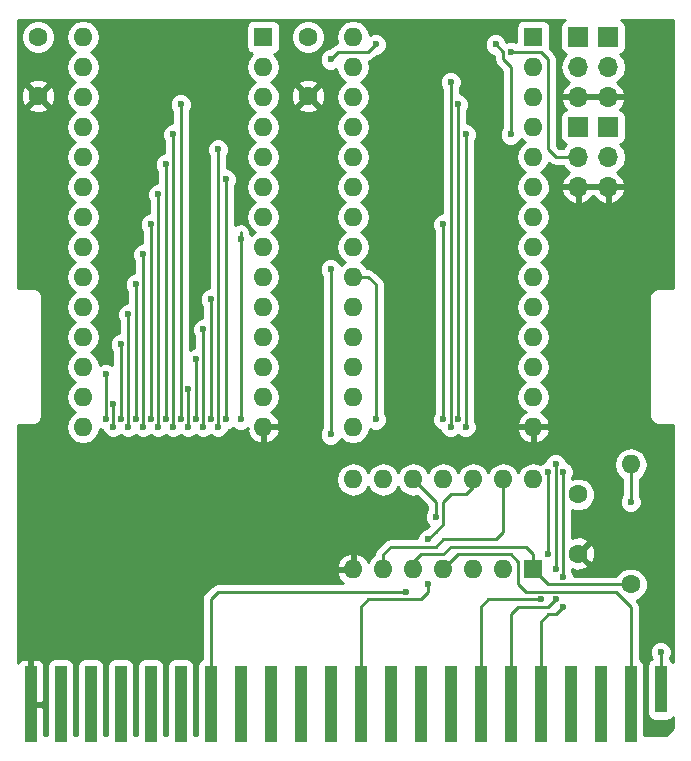
<source format=gbl>
G04 #@! TF.FileFunction,Copper,L2,Bot,Signal*
%FSLAX46Y46*%
G04 Gerber Fmt 4.6, Leading zero omitted, Abs format (unit mm)*
G04 Created by KiCad (PCBNEW 4.0.7) date 09/13/19 11:52:28*
%MOMM*%
%LPD*%
G01*
G04 APERTURE LIST*
%ADD10C,0.100000*%
%ADD11R,1.000000X6.500000*%
%ADD12R,1.000000X4.000000*%
%ADD13C,1.600000*%
%ADD14R,1.700000X1.700000*%
%ADD15O,1.700000X1.700000*%
%ADD16O,1.600000X1.600000*%
%ADD17R,1.600000X1.600000*%
%ADD18C,0.600000*%
%ADD19C,0.250000*%
%ADD20C,0.254000*%
G04 APERTURE END LIST*
D10*
D11*
X123190000Y-95250000D03*
X125730000Y-95250000D03*
X128270000Y-95250000D03*
X130810000Y-95250000D03*
X133350000Y-95250000D03*
X135890000Y-95250000D03*
X138430000Y-95250000D03*
X140970000Y-95250000D03*
X143510000Y-95250000D03*
X146050000Y-95250000D03*
X148590000Y-95250000D03*
X151130000Y-95250000D03*
X153670000Y-95250000D03*
X156210000Y-95250000D03*
X158750000Y-95250000D03*
X161290000Y-95250000D03*
X163830000Y-95250000D03*
X166370000Y-95250000D03*
X168910000Y-95250000D03*
X171450000Y-95250000D03*
X173990000Y-95250000D03*
D12*
X176530000Y-93980000D03*
D13*
X146685000Y-38735000D03*
X146685000Y-43735000D03*
X123825000Y-38735000D03*
X123825000Y-43735000D03*
X169545000Y-77470000D03*
X169545000Y-82470000D03*
D14*
X172085000Y-38735000D03*
D15*
X172085000Y-41275000D03*
X172085000Y-43815000D03*
D14*
X169545000Y-38735000D03*
D15*
X169545000Y-41275000D03*
X169545000Y-43815000D03*
D14*
X172085000Y-46355000D03*
D15*
X172085000Y-48895000D03*
X172085000Y-51435000D03*
D14*
X169545000Y-46355000D03*
D15*
X169545000Y-48895000D03*
X169545000Y-51435000D03*
D13*
X173990000Y-85090000D03*
D16*
X173990000Y-74930000D03*
D17*
X165735000Y-38735000D03*
D16*
X150495000Y-71755000D03*
X165735000Y-41275000D03*
X150495000Y-69215000D03*
X165735000Y-43815000D03*
X150495000Y-66675000D03*
X165735000Y-46355000D03*
X150495000Y-64135000D03*
X165735000Y-48895000D03*
X150495000Y-61595000D03*
X165735000Y-51435000D03*
X150495000Y-59055000D03*
X165735000Y-53975000D03*
X150495000Y-56515000D03*
X165735000Y-56515000D03*
X150495000Y-53975000D03*
X165735000Y-59055000D03*
X150495000Y-51435000D03*
X165735000Y-61595000D03*
X150495000Y-48895000D03*
X165735000Y-64135000D03*
X150495000Y-46355000D03*
X165735000Y-66675000D03*
X150495000Y-43815000D03*
X165735000Y-69215000D03*
X150495000Y-41275000D03*
X165735000Y-71755000D03*
X150495000Y-38735000D03*
D17*
X142875000Y-38735000D03*
D16*
X127635000Y-71755000D03*
X142875000Y-41275000D03*
X127635000Y-69215000D03*
X142875000Y-43815000D03*
X127635000Y-66675000D03*
X142875000Y-46355000D03*
X127635000Y-64135000D03*
X142875000Y-48895000D03*
X127635000Y-61595000D03*
X142875000Y-51435000D03*
X127635000Y-59055000D03*
X142875000Y-53975000D03*
X127635000Y-56515000D03*
X142875000Y-56515000D03*
X127635000Y-53975000D03*
X142875000Y-59055000D03*
X127635000Y-51435000D03*
X142875000Y-61595000D03*
X127635000Y-48895000D03*
X142875000Y-64135000D03*
X127635000Y-46355000D03*
X142875000Y-66675000D03*
X127635000Y-43815000D03*
X142875000Y-69215000D03*
X127635000Y-41275000D03*
X142875000Y-71755000D03*
X127635000Y-38735000D03*
D17*
X165735000Y-83820000D03*
D16*
X150495000Y-76200000D03*
X163195000Y-83820000D03*
X153035000Y-76200000D03*
X160655000Y-83820000D03*
X155575000Y-76200000D03*
X158115000Y-83820000D03*
X158115000Y-76200000D03*
X155575000Y-83820000D03*
X160655000Y-76200000D03*
X153035000Y-83820000D03*
X163195000Y-76200000D03*
X150495000Y-83820000D03*
X165735000Y-76200000D03*
D18*
X154940000Y-85725000D03*
X173990000Y-78105000D03*
X156845000Y-85090000D03*
X156845000Y-81280000D03*
X167005000Y-75565000D03*
X158750000Y-71755000D03*
X166370000Y-86360000D03*
X167005000Y-82550000D03*
X158750000Y-42545000D03*
X167640000Y-74930000D03*
X159385000Y-71120000D03*
X159385000Y-44450000D03*
X167640000Y-86360000D03*
X167640000Y-83820000D03*
X160020000Y-71755000D03*
X168275000Y-75565000D03*
X168275000Y-86995000D03*
X168275000Y-84455000D03*
X160020000Y-46990000D03*
X176530000Y-90805000D03*
X129540000Y-67310000D03*
X129540000Y-71120000D03*
X130175000Y-69850000D03*
X130175000Y-71755000D03*
X130810000Y-64770000D03*
X130810000Y-71120000D03*
X131445000Y-62230000D03*
X131445000Y-71755000D03*
X132080000Y-59690000D03*
X132080000Y-71120000D03*
X132715000Y-71755000D03*
X132715000Y-57150000D03*
X133350000Y-71120000D03*
X133350000Y-54610000D03*
X133985000Y-52070000D03*
X133985000Y-71755000D03*
X134620000Y-71120000D03*
X134620000Y-49530000D03*
X135255000Y-46990000D03*
X135255000Y-71755000D03*
X135890000Y-71120000D03*
X135890000Y-44450000D03*
X136525000Y-71755000D03*
X136525000Y-68580000D03*
X137795000Y-63500000D03*
X137795000Y-71755000D03*
X137160000Y-71120000D03*
X137160000Y-66040000D03*
X138430000Y-71120000D03*
X138430000Y-60960000D03*
X139065000Y-71755000D03*
X139065000Y-48260000D03*
X139700000Y-71120000D03*
X139700000Y-50800000D03*
X140970000Y-71120000D03*
X140970000Y-55880000D03*
X148590000Y-40640000D03*
X152400000Y-39370000D03*
X162560000Y-39370000D03*
X163830000Y-46990000D03*
X163830000Y-40005000D03*
X152400000Y-71120000D03*
X158115000Y-54610000D03*
X158115000Y-71120000D03*
X148590000Y-72390000D03*
X148590000Y-58420000D03*
X157480000Y-79375000D03*
D19*
X138430000Y-86360000D02*
X138430000Y-95250000D01*
X139065000Y-85725000D02*
X138430000Y-86360000D01*
X154940000Y-85725000D02*
X139065000Y-85725000D01*
X173990000Y-78105000D02*
X173990000Y-74930000D01*
X157480000Y-80645000D02*
X158115000Y-80010000D01*
X151130000Y-86995000D02*
X151765000Y-86360000D01*
X151765000Y-86360000D02*
X156210000Y-86360000D01*
X156210000Y-86360000D02*
X156845000Y-85725000D01*
X156845000Y-85725000D02*
X156845000Y-85090000D01*
X156845000Y-81280000D02*
X157480000Y-80645000D01*
X151130000Y-95250000D02*
X151130000Y-86995000D01*
X158115000Y-80010000D02*
X158115000Y-78105000D01*
X158115000Y-78105000D02*
X158750000Y-77470000D01*
X158750000Y-77470000D02*
X160020000Y-77470000D01*
X160020000Y-77470000D02*
X160655000Y-76835000D01*
X160655000Y-76200000D02*
X160655000Y-75565000D01*
X158750000Y-42545000D02*
X158750000Y-43180000D01*
X158750000Y-71755000D02*
X158750000Y-63500000D01*
X158750000Y-63500000D02*
X158750000Y-43180000D01*
X161290000Y-86995000D02*
X161290000Y-95250000D01*
X161290000Y-86995000D02*
X161925000Y-86360000D01*
X161925000Y-86360000D02*
X166370000Y-86360000D01*
X167005000Y-82550000D02*
X167005000Y-75565000D01*
X159385000Y-71120000D02*
X159385000Y-44450000D01*
X167640000Y-83820000D02*
X167640000Y-74930000D01*
X163830000Y-87630000D02*
X164465000Y-86995000D01*
X164465000Y-86995000D02*
X167005000Y-86995000D01*
X167005000Y-86995000D02*
X167640000Y-86360000D01*
X163830000Y-95250000D02*
X163830000Y-87630000D01*
X163830000Y-95250000D02*
X163830000Y-92075000D01*
X160020000Y-47625000D02*
X160020000Y-46990000D01*
X160020000Y-71755000D02*
X160020000Y-47625000D01*
X166370000Y-90805000D02*
X166370000Y-88265000D01*
X167640000Y-87630000D02*
X168275000Y-86995000D01*
X167005000Y-87630000D02*
X167640000Y-87630000D01*
X166370000Y-88265000D02*
X167005000Y-87630000D01*
X166370000Y-95250000D02*
X166370000Y-90805000D01*
X168275000Y-84455000D02*
X168275000Y-75565000D01*
X164465000Y-85090000D02*
X165100000Y-85725000D01*
X173990000Y-86995000D02*
X173990000Y-88265000D01*
X172720000Y-85725000D02*
X173990000Y-86995000D01*
X165100000Y-85725000D02*
X172720000Y-85725000D01*
X159385000Y-82550000D02*
X163830000Y-82550000D01*
X163830000Y-82550000D02*
X164465000Y-83185000D01*
X164465000Y-83185000D02*
X164465000Y-85090000D01*
X158115000Y-83820000D02*
X159385000Y-82550000D01*
X173990000Y-88265000D02*
X173990000Y-95250000D01*
X165735000Y-83820000D02*
X167005000Y-85090000D01*
X167005000Y-85090000D02*
X173990000Y-85090000D01*
X158750000Y-81915000D02*
X165100000Y-81915000D01*
X165100000Y-81915000D02*
X165735000Y-82550000D01*
X158115000Y-82550000D02*
X158750000Y-81915000D01*
X165735000Y-82550000D02*
X165735000Y-83820000D01*
X155575000Y-83820000D02*
X155575000Y-83185000D01*
X155575000Y-83185000D02*
X156210000Y-82550000D01*
X156210000Y-82550000D02*
X158115000Y-82550000D01*
X165735000Y-83185000D02*
X165735000Y-83820000D01*
X176530000Y-93980000D02*
X176530000Y-90805000D01*
X129540000Y-71120000D02*
X129540000Y-67310000D01*
X130175000Y-71755000D02*
X130175000Y-69850000D01*
X130810000Y-71120000D02*
X130810000Y-64770000D01*
X131445000Y-71755000D02*
X131445000Y-62230000D01*
X132080000Y-71120000D02*
X132080000Y-59690000D01*
X132715000Y-71755000D02*
X132715000Y-57150000D01*
X133350000Y-71120000D02*
X133350000Y-54610000D01*
X133985000Y-71755000D02*
X133985000Y-52070000D01*
X134620000Y-71120000D02*
X134620000Y-49530000D01*
X135255000Y-71755000D02*
X135255000Y-46990000D01*
X135890000Y-71120000D02*
X135890000Y-44450000D01*
X136525000Y-71755000D02*
X136525000Y-68580000D01*
X137795000Y-71755000D02*
X137795000Y-63500000D01*
X137160000Y-71120000D02*
X137160000Y-66040000D01*
X138430000Y-71120000D02*
X138430000Y-60960000D01*
X139065000Y-71755000D02*
X139065000Y-48260000D01*
X139700000Y-71120000D02*
X139700000Y-50800000D01*
X140970000Y-71120000D02*
X140970000Y-55245000D01*
X140970000Y-55245000D02*
X140970000Y-55880000D01*
X163195000Y-40640000D02*
X163830000Y-41275000D01*
X163830000Y-41275000D02*
X163830000Y-46990000D01*
X148590000Y-40640000D02*
X149225000Y-40005000D01*
X149225000Y-40005000D02*
X151765000Y-40005000D01*
X151765000Y-40005000D02*
X152400000Y-39370000D01*
X162560000Y-39370000D02*
X163195000Y-40005000D01*
X163195000Y-40005000D02*
X163195000Y-40640000D01*
X169545000Y-48895000D02*
X167640000Y-48895000D01*
X167005000Y-48260000D02*
X167640000Y-48895000D01*
X167005000Y-45085000D02*
X167005000Y-40640000D01*
X167005000Y-40640000D02*
X166370000Y-40005000D01*
X166370000Y-40005000D02*
X163830000Y-40005000D01*
X167005000Y-45085000D02*
X167005000Y-48260000D01*
X150495000Y-59055000D02*
X151765000Y-59055000D01*
X152400000Y-59690000D02*
X152400000Y-71120000D01*
X151765000Y-59055000D02*
X152400000Y-59690000D01*
X158115000Y-71120000D02*
X158115000Y-54610000D01*
X148590000Y-58420000D02*
X148590000Y-72390000D01*
X155575000Y-76200000D02*
X156845000Y-77470000D01*
X157480000Y-78105000D02*
X157480000Y-79375000D01*
X156845000Y-77470000D02*
X157480000Y-78105000D01*
X158115000Y-81280000D02*
X162560000Y-81280000D01*
X163195000Y-80645000D02*
X163195000Y-80010000D01*
X162560000Y-81280000D02*
X163195000Y-80645000D01*
X157480000Y-81915000D02*
X158115000Y-81280000D01*
X153035000Y-83820000D02*
X153035000Y-82550000D01*
X163195000Y-80010000D02*
X163195000Y-76200000D01*
X153670000Y-81915000D02*
X157480000Y-81915000D01*
X153035000Y-82550000D02*
X153670000Y-81915000D01*
D20*
G36*
X168243559Y-37420910D02*
X168098569Y-37633110D01*
X168047560Y-37885000D01*
X168047560Y-39585000D01*
X168091838Y-39820317D01*
X168230910Y-40036441D01*
X168443110Y-40181431D01*
X168510541Y-40195086D01*
X168465853Y-40224946D01*
X168143946Y-40706715D01*
X168030907Y-41275000D01*
X168143946Y-41843285D01*
X168465853Y-42325054D01*
X168806553Y-42552702D01*
X168663642Y-42619817D01*
X168273355Y-43048076D01*
X168103524Y-43458110D01*
X168224845Y-43688000D01*
X169418000Y-43688000D01*
X169418000Y-43668000D01*
X169672000Y-43668000D01*
X169672000Y-43688000D01*
X171958000Y-43688000D01*
X171958000Y-43668000D01*
X172212000Y-43668000D01*
X172212000Y-43688000D01*
X173405155Y-43688000D01*
X173526476Y-43458110D01*
X173356645Y-43048076D01*
X172966358Y-42619817D01*
X172823447Y-42552702D01*
X173164147Y-42325054D01*
X173486054Y-41843285D01*
X173599093Y-41275000D01*
X173486054Y-40706715D01*
X173164147Y-40224946D01*
X173122548Y-40197150D01*
X173170317Y-40188162D01*
X173386441Y-40049090D01*
X173531431Y-39836890D01*
X173582440Y-39585000D01*
X173582440Y-37885000D01*
X173538162Y-37649683D01*
X173399090Y-37433559D01*
X173186890Y-37288569D01*
X173174204Y-37286000D01*
X177598000Y-37286000D01*
X177598000Y-59996000D01*
X176276000Y-59996000D01*
X176004295Y-60050046D01*
X175773954Y-60203954D01*
X175620046Y-60434295D01*
X175566000Y-60706000D01*
X175566000Y-70866000D01*
X175620046Y-71137705D01*
X175773954Y-71368046D01*
X176004295Y-71521954D01*
X176276000Y-71576000D01*
X177598000Y-71576000D01*
X177598000Y-91690040D01*
X177494090Y-91528559D01*
X177290000Y-91389110D01*
X177290000Y-91367463D01*
X177322192Y-91335327D01*
X177464838Y-90991799D01*
X177465162Y-90619833D01*
X177323117Y-90276057D01*
X177060327Y-90012808D01*
X176716799Y-89870162D01*
X176344833Y-89869838D01*
X176001057Y-90011883D01*
X175737808Y-90274673D01*
X175595162Y-90618201D01*
X175594838Y-90990167D01*
X175736883Y-91333943D01*
X175770000Y-91367118D01*
X175770000Y-91392721D01*
X175578559Y-91515910D01*
X175433569Y-91728110D01*
X175382560Y-91980000D01*
X175382560Y-95980000D01*
X175426838Y-96215317D01*
X175565910Y-96431441D01*
X175778110Y-96576431D01*
X176030000Y-96627440D01*
X177030000Y-96627440D01*
X177265317Y-96583162D01*
X177481441Y-96444090D01*
X177598000Y-96273500D01*
X177598000Y-97241908D01*
X176997908Y-97842000D01*
X175137440Y-97842000D01*
X175137440Y-92000000D01*
X175093162Y-91764683D01*
X174954090Y-91548559D01*
X174750000Y-91409110D01*
X174750000Y-86995000D01*
X174692148Y-86704161D01*
X174692148Y-86704160D01*
X174527401Y-86457599D01*
X174501236Y-86431434D01*
X174801800Y-86307243D01*
X175205824Y-85903923D01*
X175424750Y-85376691D01*
X175425248Y-84805813D01*
X175207243Y-84278200D01*
X174803923Y-83874176D01*
X174276691Y-83655250D01*
X173705813Y-83654752D01*
X173178200Y-83872757D01*
X172774176Y-84276077D01*
X172751785Y-84330000D01*
X169210110Y-84330000D01*
X169210162Y-84269833D01*
X169068117Y-83926057D01*
X169035000Y-83892882D01*
X169035000Y-83811569D01*
X169328223Y-83916965D01*
X169898454Y-83889778D01*
X170299005Y-83723864D01*
X170373139Y-83477745D01*
X169545000Y-82649605D01*
X169530858Y-82663748D01*
X169351253Y-82484143D01*
X169365395Y-82470000D01*
X169724605Y-82470000D01*
X170552745Y-83298139D01*
X170798864Y-83224005D01*
X170991965Y-82686777D01*
X170964778Y-82116546D01*
X170798864Y-81715995D01*
X170552745Y-81641861D01*
X169724605Y-82470000D01*
X169365395Y-82470000D01*
X169351253Y-82455858D01*
X169530858Y-82276252D01*
X169545000Y-82290395D01*
X170373139Y-81462255D01*
X170299005Y-81216136D01*
X169761777Y-81023035D01*
X169191546Y-81050222D01*
X169035000Y-81115066D01*
X169035000Y-78812024D01*
X169258309Y-78904750D01*
X169829187Y-78905248D01*
X170356800Y-78687243D01*
X170760824Y-78283923D01*
X170979750Y-77756691D01*
X170980248Y-77185813D01*
X170762243Y-76658200D01*
X170358923Y-76254176D01*
X169831691Y-76035250D01*
X169260813Y-76034752D01*
X169035000Y-76128056D01*
X169035000Y-76127463D01*
X169067192Y-76095327D01*
X169209838Y-75751799D01*
X169210162Y-75379833D01*
X169068117Y-75036057D01*
X168934181Y-74901887D01*
X172555000Y-74901887D01*
X172555000Y-74958113D01*
X172664233Y-75507264D01*
X172975302Y-75972811D01*
X173230000Y-76142995D01*
X173230000Y-77542537D01*
X173197808Y-77574673D01*
X173055162Y-77918201D01*
X173054838Y-78290167D01*
X173196883Y-78633943D01*
X173459673Y-78897192D01*
X173803201Y-79039838D01*
X174175167Y-79040162D01*
X174518943Y-78898117D01*
X174782192Y-78635327D01*
X174924838Y-78291799D01*
X174925162Y-77919833D01*
X174783117Y-77576057D01*
X174750000Y-77542882D01*
X174750000Y-76142995D01*
X175004698Y-75972811D01*
X175315767Y-75507264D01*
X175425000Y-74958113D01*
X175425000Y-74901887D01*
X175315767Y-74352736D01*
X175004698Y-73887189D01*
X174539151Y-73576120D01*
X173990000Y-73466887D01*
X173440849Y-73576120D01*
X172975302Y-73887189D01*
X172664233Y-74352736D01*
X172555000Y-74901887D01*
X168934181Y-74901887D01*
X168805327Y-74772808D01*
X168541446Y-74663235D01*
X168433117Y-74401057D01*
X168170327Y-74137808D01*
X167826799Y-73995162D01*
X167454833Y-73994838D01*
X167111057Y-74136883D01*
X166847808Y-74399673D01*
X166738235Y-74663554D01*
X166476057Y-74771883D01*
X166354561Y-74893167D01*
X166284151Y-74846120D01*
X165735000Y-74736887D01*
X165185849Y-74846120D01*
X164720302Y-75157189D01*
X164465000Y-75539275D01*
X164209698Y-75157189D01*
X163744151Y-74846120D01*
X163195000Y-74736887D01*
X162645849Y-74846120D01*
X162180302Y-75157189D01*
X161925000Y-75539275D01*
X161669698Y-75157189D01*
X161204151Y-74846120D01*
X160655000Y-74736887D01*
X160105849Y-74846120D01*
X159640302Y-75157189D01*
X159385000Y-75539275D01*
X159129698Y-75157189D01*
X158664151Y-74846120D01*
X158115000Y-74736887D01*
X157565849Y-74846120D01*
X157100302Y-75157189D01*
X156845000Y-75539275D01*
X156589698Y-75157189D01*
X156124151Y-74846120D01*
X155575000Y-74736887D01*
X155025849Y-74846120D01*
X154560302Y-75157189D01*
X154305000Y-75539275D01*
X154049698Y-75157189D01*
X153584151Y-74846120D01*
X153035000Y-74736887D01*
X152485849Y-74846120D01*
X152020302Y-75157189D01*
X151765000Y-75539275D01*
X151509698Y-75157189D01*
X151044151Y-74846120D01*
X150495000Y-74736887D01*
X149945849Y-74846120D01*
X149480302Y-75157189D01*
X149169233Y-75622736D01*
X149060000Y-76171887D01*
X149060000Y-76228113D01*
X149169233Y-76777264D01*
X149480302Y-77242811D01*
X149945849Y-77553880D01*
X150495000Y-77663113D01*
X151044151Y-77553880D01*
X151509698Y-77242811D01*
X151765000Y-76860725D01*
X152020302Y-77242811D01*
X152485849Y-77553880D01*
X153035000Y-77663113D01*
X153584151Y-77553880D01*
X154049698Y-77242811D01*
X154305000Y-76860725D01*
X154560302Y-77242811D01*
X155025849Y-77553880D01*
X155575000Y-77663113D01*
X155898886Y-77598688D01*
X156720000Y-78419802D01*
X156720000Y-78812537D01*
X156687808Y-78844673D01*
X156545162Y-79188201D01*
X156544838Y-79560167D01*
X156686883Y-79903943D01*
X156916369Y-80133829D01*
X156705320Y-80344878D01*
X156659833Y-80344838D01*
X156316057Y-80486883D01*
X156052808Y-80749673D01*
X155910162Y-81093201D01*
X155910108Y-81155000D01*
X153670000Y-81155000D01*
X153379161Y-81212852D01*
X153132599Y-81377599D01*
X152497599Y-82012599D01*
X152332852Y-82259161D01*
X152275000Y-82550000D01*
X152275000Y-82607005D01*
X152020302Y-82777189D01*
X151750014Y-83181703D01*
X151647389Y-82964866D01*
X151232423Y-82588959D01*
X150844039Y-82428096D01*
X150622000Y-82550085D01*
X150622000Y-83693000D01*
X150642000Y-83693000D01*
X150642000Y-83947000D01*
X150622000Y-83947000D01*
X150622000Y-83967000D01*
X150368000Y-83967000D01*
X150368000Y-83947000D01*
X149224371Y-83947000D01*
X149103086Y-84169041D01*
X149342611Y-84675134D01*
X149662596Y-84965000D01*
X139065000Y-84965000D01*
X138774161Y-85022852D01*
X138527599Y-85187599D01*
X137892599Y-85822599D01*
X137727852Y-86069161D01*
X137670000Y-86360000D01*
X137670000Y-91412721D01*
X137478559Y-91535910D01*
X137333569Y-91748110D01*
X137282560Y-92000000D01*
X137282560Y-97842000D01*
X137037440Y-97842000D01*
X137037440Y-92000000D01*
X136993162Y-91764683D01*
X136854090Y-91548559D01*
X136641890Y-91403569D01*
X136390000Y-91352560D01*
X135390000Y-91352560D01*
X135154683Y-91396838D01*
X134938559Y-91535910D01*
X134793569Y-91748110D01*
X134742560Y-92000000D01*
X134742560Y-97842000D01*
X134497440Y-97842000D01*
X134497440Y-92000000D01*
X134453162Y-91764683D01*
X134314090Y-91548559D01*
X134101890Y-91403569D01*
X133850000Y-91352560D01*
X132850000Y-91352560D01*
X132614683Y-91396838D01*
X132398559Y-91535910D01*
X132253569Y-91748110D01*
X132202560Y-92000000D01*
X132202560Y-97842000D01*
X131957440Y-97842000D01*
X131957440Y-92000000D01*
X131913162Y-91764683D01*
X131774090Y-91548559D01*
X131561890Y-91403569D01*
X131310000Y-91352560D01*
X130310000Y-91352560D01*
X130074683Y-91396838D01*
X129858559Y-91535910D01*
X129713569Y-91748110D01*
X129662560Y-92000000D01*
X129662560Y-97842000D01*
X129417440Y-97842000D01*
X129417440Y-92000000D01*
X129373162Y-91764683D01*
X129234090Y-91548559D01*
X129021890Y-91403569D01*
X128770000Y-91352560D01*
X127770000Y-91352560D01*
X127534683Y-91396838D01*
X127318559Y-91535910D01*
X127173569Y-91748110D01*
X127122560Y-92000000D01*
X127122560Y-97842000D01*
X126877440Y-97842000D01*
X126877440Y-92000000D01*
X126833162Y-91764683D01*
X126694090Y-91548559D01*
X126481890Y-91403569D01*
X126230000Y-91352560D01*
X125230000Y-91352560D01*
X124994683Y-91396838D01*
X124778559Y-91535910D01*
X124633569Y-91748110D01*
X124582560Y-92000000D01*
X124582560Y-97842000D01*
X124325000Y-97842000D01*
X124325000Y-95535750D01*
X124166250Y-95377000D01*
X123317000Y-95377000D01*
X123317000Y-95397000D01*
X123063000Y-95397000D01*
X123063000Y-95377000D01*
X123043000Y-95377000D01*
X123043000Y-95123000D01*
X123063000Y-95123000D01*
X123063000Y-91523750D01*
X123317000Y-91523750D01*
X123317000Y-95123000D01*
X124166250Y-95123000D01*
X124325000Y-94964250D01*
X124325000Y-91873690D01*
X124228327Y-91640301D01*
X124049698Y-91461673D01*
X123816309Y-91365000D01*
X123475750Y-91365000D01*
X123317000Y-91523750D01*
X123063000Y-91523750D01*
X122904250Y-91365000D01*
X122563691Y-91365000D01*
X122330302Y-91461673D01*
X122151673Y-91640301D01*
X122122000Y-91711938D01*
X122122000Y-83470959D01*
X149103086Y-83470959D01*
X149224371Y-83693000D01*
X150368000Y-83693000D01*
X150368000Y-82550085D01*
X150145961Y-82428096D01*
X149757577Y-82588959D01*
X149342611Y-82964866D01*
X149103086Y-83470959D01*
X122122000Y-83470959D01*
X122122000Y-71576000D01*
X123444000Y-71576000D01*
X123715705Y-71521954D01*
X123946046Y-71368046D01*
X124099954Y-71137705D01*
X124154000Y-70866000D01*
X124154000Y-60706000D01*
X124099954Y-60434295D01*
X123946046Y-60203954D01*
X123715705Y-60050046D01*
X123444000Y-59996000D01*
X122122000Y-59996000D01*
X122122000Y-44742745D01*
X122996861Y-44742745D01*
X123070995Y-44988864D01*
X123608223Y-45181965D01*
X124178454Y-45154778D01*
X124579005Y-44988864D01*
X124653139Y-44742745D01*
X123825000Y-43914605D01*
X122996861Y-44742745D01*
X122122000Y-44742745D01*
X122122000Y-43518223D01*
X122378035Y-43518223D01*
X122405222Y-44088454D01*
X122571136Y-44489005D01*
X122817255Y-44563139D01*
X123645395Y-43735000D01*
X124004605Y-43735000D01*
X124832745Y-44563139D01*
X125078864Y-44489005D01*
X125271965Y-43951777D01*
X125244778Y-43381546D01*
X125078864Y-42980995D01*
X124832745Y-42906861D01*
X124004605Y-43735000D01*
X123645395Y-43735000D01*
X122817255Y-42906861D01*
X122571136Y-42980995D01*
X122378035Y-43518223D01*
X122122000Y-43518223D01*
X122122000Y-42727255D01*
X122996861Y-42727255D01*
X123825000Y-43555395D01*
X124653139Y-42727255D01*
X124579005Y-42481136D01*
X124041777Y-42288035D01*
X123471546Y-42315222D01*
X123070995Y-42481136D01*
X122996861Y-42727255D01*
X122122000Y-42727255D01*
X122122000Y-39019187D01*
X122389752Y-39019187D01*
X122607757Y-39546800D01*
X123011077Y-39950824D01*
X123538309Y-40169750D01*
X124109187Y-40170248D01*
X124636800Y-39952243D01*
X125040824Y-39548923D01*
X125259750Y-39021691D01*
X125260000Y-38735000D01*
X126171887Y-38735000D01*
X126281120Y-39284151D01*
X126592189Y-39749698D01*
X126974275Y-40005000D01*
X126592189Y-40260302D01*
X126281120Y-40725849D01*
X126171887Y-41275000D01*
X126281120Y-41824151D01*
X126592189Y-42289698D01*
X126974275Y-42545000D01*
X126592189Y-42800302D01*
X126281120Y-43265849D01*
X126171887Y-43815000D01*
X126281120Y-44364151D01*
X126592189Y-44829698D01*
X126974275Y-45085000D01*
X126592189Y-45340302D01*
X126281120Y-45805849D01*
X126171887Y-46355000D01*
X126281120Y-46904151D01*
X126592189Y-47369698D01*
X126974275Y-47625000D01*
X126592189Y-47880302D01*
X126281120Y-48345849D01*
X126171887Y-48895000D01*
X126281120Y-49444151D01*
X126592189Y-49909698D01*
X126974275Y-50165000D01*
X126592189Y-50420302D01*
X126281120Y-50885849D01*
X126171887Y-51435000D01*
X126281120Y-51984151D01*
X126592189Y-52449698D01*
X126974275Y-52705000D01*
X126592189Y-52960302D01*
X126281120Y-53425849D01*
X126171887Y-53975000D01*
X126281120Y-54524151D01*
X126592189Y-54989698D01*
X126974275Y-55245000D01*
X126592189Y-55500302D01*
X126281120Y-55965849D01*
X126171887Y-56515000D01*
X126281120Y-57064151D01*
X126592189Y-57529698D01*
X126974275Y-57785000D01*
X126592189Y-58040302D01*
X126281120Y-58505849D01*
X126171887Y-59055000D01*
X126281120Y-59604151D01*
X126592189Y-60069698D01*
X126974275Y-60325000D01*
X126592189Y-60580302D01*
X126281120Y-61045849D01*
X126171887Y-61595000D01*
X126281120Y-62144151D01*
X126592189Y-62609698D01*
X126974275Y-62865000D01*
X126592189Y-63120302D01*
X126281120Y-63585849D01*
X126171887Y-64135000D01*
X126281120Y-64684151D01*
X126592189Y-65149698D01*
X126974275Y-65405000D01*
X126592189Y-65660302D01*
X126281120Y-66125849D01*
X126171887Y-66675000D01*
X126281120Y-67224151D01*
X126592189Y-67689698D01*
X126974275Y-67945000D01*
X126592189Y-68200302D01*
X126281120Y-68665849D01*
X126171887Y-69215000D01*
X126281120Y-69764151D01*
X126592189Y-70229698D01*
X126974275Y-70485000D01*
X126592189Y-70740302D01*
X126281120Y-71205849D01*
X126171887Y-71755000D01*
X126281120Y-72304151D01*
X126592189Y-72769698D01*
X127057736Y-73080767D01*
X127606887Y-73190000D01*
X127663113Y-73190000D01*
X128212264Y-73080767D01*
X128677811Y-72769698D01*
X128988880Y-72304151D01*
X129062484Y-71934121D01*
X129273554Y-72021765D01*
X129381883Y-72283943D01*
X129644673Y-72547192D01*
X129988201Y-72689838D01*
X130360167Y-72690162D01*
X130703943Y-72548117D01*
X130809954Y-72442290D01*
X130914673Y-72547192D01*
X131258201Y-72689838D01*
X131630167Y-72690162D01*
X131973943Y-72548117D01*
X132079954Y-72442290D01*
X132184673Y-72547192D01*
X132528201Y-72689838D01*
X132900167Y-72690162D01*
X133243943Y-72548117D01*
X133349954Y-72442290D01*
X133454673Y-72547192D01*
X133798201Y-72689838D01*
X134170167Y-72690162D01*
X134513943Y-72548117D01*
X134619954Y-72442290D01*
X134724673Y-72547192D01*
X135068201Y-72689838D01*
X135440167Y-72690162D01*
X135783943Y-72548117D01*
X135889954Y-72442290D01*
X135994673Y-72547192D01*
X136338201Y-72689838D01*
X136710167Y-72690162D01*
X137053943Y-72548117D01*
X137159954Y-72442290D01*
X137264673Y-72547192D01*
X137608201Y-72689838D01*
X137980167Y-72690162D01*
X138323943Y-72548117D01*
X138429954Y-72442290D01*
X138534673Y-72547192D01*
X138878201Y-72689838D01*
X139250167Y-72690162D01*
X139593943Y-72548117D01*
X139857192Y-72285327D01*
X139966765Y-72021446D01*
X140228943Y-71913117D01*
X140334954Y-71807290D01*
X140439673Y-71912192D01*
X140783201Y-72054838D01*
X141155167Y-72055162D01*
X141498943Y-71913117D01*
X141530112Y-71882002D01*
X141605084Y-71882002D01*
X141483096Y-72104039D01*
X141643959Y-72492423D01*
X142019866Y-72907389D01*
X142525959Y-73146914D01*
X142748000Y-73025629D01*
X142748000Y-71882000D01*
X143002000Y-71882000D01*
X143002000Y-73025629D01*
X143224041Y-73146914D01*
X143730134Y-72907389D01*
X144106041Y-72492423D01*
X144266904Y-72104039D01*
X144144915Y-71882000D01*
X143002000Y-71882000D01*
X142748000Y-71882000D01*
X142728000Y-71882000D01*
X142728000Y-71628000D01*
X142748000Y-71628000D01*
X142748000Y-71608000D01*
X143002000Y-71608000D01*
X143002000Y-71628000D01*
X144144915Y-71628000D01*
X144266904Y-71405961D01*
X144106041Y-71017577D01*
X143730134Y-70602611D01*
X143513297Y-70499986D01*
X143917811Y-70229698D01*
X144228880Y-69764151D01*
X144338113Y-69215000D01*
X144228880Y-68665849D01*
X143917811Y-68200302D01*
X143535725Y-67945000D01*
X143917811Y-67689698D01*
X144228880Y-67224151D01*
X144338113Y-66675000D01*
X144228880Y-66125849D01*
X143917811Y-65660302D01*
X143535725Y-65405000D01*
X143917811Y-65149698D01*
X144228880Y-64684151D01*
X144338113Y-64135000D01*
X144228880Y-63585849D01*
X143917811Y-63120302D01*
X143535725Y-62865000D01*
X143917811Y-62609698D01*
X144228880Y-62144151D01*
X144338113Y-61595000D01*
X144228880Y-61045849D01*
X143917811Y-60580302D01*
X143535725Y-60325000D01*
X143917811Y-60069698D01*
X144228880Y-59604151D01*
X144338113Y-59055000D01*
X144228880Y-58505849D01*
X143917811Y-58040302D01*
X143535725Y-57785000D01*
X143917811Y-57529698D01*
X144228880Y-57064151D01*
X144338113Y-56515000D01*
X144228880Y-55965849D01*
X143917811Y-55500302D01*
X143535725Y-55245000D01*
X143917811Y-54989698D01*
X144228880Y-54524151D01*
X144338113Y-53975000D01*
X144228880Y-53425849D01*
X143917811Y-52960302D01*
X143535725Y-52705000D01*
X143917811Y-52449698D01*
X144228880Y-51984151D01*
X144338113Y-51435000D01*
X144228880Y-50885849D01*
X143917811Y-50420302D01*
X143535725Y-50165000D01*
X143917811Y-49909698D01*
X144228880Y-49444151D01*
X144338113Y-48895000D01*
X144228880Y-48345849D01*
X143917811Y-47880302D01*
X143535725Y-47625000D01*
X143917811Y-47369698D01*
X144228880Y-46904151D01*
X144338113Y-46355000D01*
X144228880Y-45805849D01*
X143917811Y-45340302D01*
X143535725Y-45085000D01*
X143917811Y-44829698D01*
X143975911Y-44742745D01*
X145856861Y-44742745D01*
X145930995Y-44988864D01*
X146468223Y-45181965D01*
X147038454Y-45154778D01*
X147439005Y-44988864D01*
X147513139Y-44742745D01*
X146685000Y-43914605D01*
X145856861Y-44742745D01*
X143975911Y-44742745D01*
X144228880Y-44364151D01*
X144338113Y-43815000D01*
X144279081Y-43518223D01*
X145238035Y-43518223D01*
X145265222Y-44088454D01*
X145431136Y-44489005D01*
X145677255Y-44563139D01*
X146505395Y-43735000D01*
X146864605Y-43735000D01*
X147692745Y-44563139D01*
X147938864Y-44489005D01*
X148131965Y-43951777D01*
X148104778Y-43381546D01*
X147938864Y-42980995D01*
X147692745Y-42906861D01*
X146864605Y-43735000D01*
X146505395Y-43735000D01*
X145677255Y-42906861D01*
X145431136Y-42980995D01*
X145238035Y-43518223D01*
X144279081Y-43518223D01*
X144228880Y-43265849D01*
X143917811Y-42800302D01*
X143808489Y-42727255D01*
X145856861Y-42727255D01*
X146685000Y-43555395D01*
X147513139Y-42727255D01*
X147439005Y-42481136D01*
X146901777Y-42288035D01*
X146331546Y-42315222D01*
X145930995Y-42481136D01*
X145856861Y-42727255D01*
X143808489Y-42727255D01*
X143535725Y-42545000D01*
X143917811Y-42289698D01*
X144228880Y-41824151D01*
X144338113Y-41275000D01*
X144248636Y-40825167D01*
X147654838Y-40825167D01*
X147796883Y-41168943D01*
X148059673Y-41432192D01*
X148403201Y-41574838D01*
X148775167Y-41575162D01*
X149067561Y-41454347D01*
X149141120Y-41824151D01*
X149452189Y-42289698D01*
X149834275Y-42545000D01*
X149452189Y-42800302D01*
X149141120Y-43265849D01*
X149031887Y-43815000D01*
X149141120Y-44364151D01*
X149452189Y-44829698D01*
X149834275Y-45085000D01*
X149452189Y-45340302D01*
X149141120Y-45805849D01*
X149031887Y-46355000D01*
X149141120Y-46904151D01*
X149452189Y-47369698D01*
X149834275Y-47625000D01*
X149452189Y-47880302D01*
X149141120Y-48345849D01*
X149031887Y-48895000D01*
X149141120Y-49444151D01*
X149452189Y-49909698D01*
X149834275Y-50165000D01*
X149452189Y-50420302D01*
X149141120Y-50885849D01*
X149031887Y-51435000D01*
X149141120Y-51984151D01*
X149452189Y-52449698D01*
X149834275Y-52705000D01*
X149452189Y-52960302D01*
X149141120Y-53425849D01*
X149031887Y-53975000D01*
X149141120Y-54524151D01*
X149452189Y-54989698D01*
X149834275Y-55245000D01*
X149452189Y-55500302D01*
X149141120Y-55965849D01*
X149031887Y-56515000D01*
X149141120Y-57064151D01*
X149452189Y-57529698D01*
X149834275Y-57785000D01*
X149452189Y-58040302D01*
X149447613Y-58047150D01*
X149383117Y-57891057D01*
X149120327Y-57627808D01*
X148776799Y-57485162D01*
X148404833Y-57484838D01*
X148061057Y-57626883D01*
X147797808Y-57889673D01*
X147655162Y-58233201D01*
X147654838Y-58605167D01*
X147796883Y-58948943D01*
X147830000Y-58982118D01*
X147830000Y-71827537D01*
X147797808Y-71859673D01*
X147655162Y-72203201D01*
X147654838Y-72575167D01*
X147796883Y-72918943D01*
X148059673Y-73182192D01*
X148403201Y-73324838D01*
X148775167Y-73325162D01*
X149118943Y-73183117D01*
X149382192Y-72920327D01*
X149447594Y-72762822D01*
X149452189Y-72769698D01*
X149917736Y-73080767D01*
X150466887Y-73190000D01*
X150523113Y-73190000D01*
X151072264Y-73080767D01*
X151537811Y-72769698D01*
X151848880Y-72304151D01*
X151922484Y-71934121D01*
X152213201Y-72054838D01*
X152585167Y-72055162D01*
X152928943Y-71913117D01*
X153192192Y-71650327D01*
X153334838Y-71306799D01*
X153335162Y-70934833D01*
X153193117Y-70591057D01*
X153160000Y-70557882D01*
X153160000Y-59690000D01*
X153102148Y-59399161D01*
X152937401Y-59152599D01*
X152302401Y-58517599D01*
X152055839Y-58352852D01*
X151765000Y-58295000D01*
X151707995Y-58295000D01*
X151537811Y-58040302D01*
X151155725Y-57785000D01*
X151537811Y-57529698D01*
X151848880Y-57064151D01*
X151958113Y-56515000D01*
X151848880Y-55965849D01*
X151537811Y-55500302D01*
X151155725Y-55245000D01*
X151537811Y-54989698D01*
X151667792Y-54795167D01*
X157179838Y-54795167D01*
X157321883Y-55138943D01*
X157355000Y-55172118D01*
X157355000Y-70557537D01*
X157322808Y-70589673D01*
X157180162Y-70933201D01*
X157179838Y-71305167D01*
X157321883Y-71648943D01*
X157584673Y-71912192D01*
X157848554Y-72021765D01*
X157956883Y-72283943D01*
X158219673Y-72547192D01*
X158563201Y-72689838D01*
X158935167Y-72690162D01*
X159278943Y-72548117D01*
X159384954Y-72442290D01*
X159489673Y-72547192D01*
X159833201Y-72689838D01*
X160205167Y-72690162D01*
X160548943Y-72548117D01*
X160812192Y-72285327D01*
X160887469Y-72104039D01*
X164343096Y-72104039D01*
X164503959Y-72492423D01*
X164879866Y-72907389D01*
X165385959Y-73146914D01*
X165608000Y-73025629D01*
X165608000Y-71882000D01*
X165862000Y-71882000D01*
X165862000Y-73025629D01*
X166084041Y-73146914D01*
X166590134Y-72907389D01*
X166966041Y-72492423D01*
X167126904Y-72104039D01*
X167004915Y-71882000D01*
X165862000Y-71882000D01*
X165608000Y-71882000D01*
X164465085Y-71882000D01*
X164343096Y-72104039D01*
X160887469Y-72104039D01*
X160954838Y-71941799D01*
X160955162Y-71569833D01*
X160813117Y-71226057D01*
X160780000Y-71192882D01*
X160780000Y-47552463D01*
X160812192Y-47520327D01*
X160954838Y-47176799D01*
X160955162Y-46804833D01*
X160813117Y-46461057D01*
X160550327Y-46197808D01*
X160206799Y-46055162D01*
X160145000Y-46055108D01*
X160145000Y-45012463D01*
X160177192Y-44980327D01*
X160319838Y-44636799D01*
X160320162Y-44264833D01*
X160178117Y-43921057D01*
X159915327Y-43657808D01*
X159571799Y-43515162D01*
X159510000Y-43515108D01*
X159510000Y-43107463D01*
X159542192Y-43075327D01*
X159684838Y-42731799D01*
X159685162Y-42359833D01*
X159543117Y-42016057D01*
X159280327Y-41752808D01*
X158936799Y-41610162D01*
X158564833Y-41609838D01*
X158221057Y-41751883D01*
X157957808Y-42014673D01*
X157815162Y-42358201D01*
X157814838Y-42730167D01*
X157956883Y-43073943D01*
X157990000Y-43107118D01*
X157990000Y-53674890D01*
X157929833Y-53674838D01*
X157586057Y-53816883D01*
X157322808Y-54079673D01*
X157180162Y-54423201D01*
X157179838Y-54795167D01*
X151667792Y-54795167D01*
X151848880Y-54524151D01*
X151958113Y-53975000D01*
X151848880Y-53425849D01*
X151537811Y-52960302D01*
X151155725Y-52705000D01*
X151537811Y-52449698D01*
X151848880Y-51984151D01*
X151958113Y-51435000D01*
X151848880Y-50885849D01*
X151537811Y-50420302D01*
X151155725Y-50165000D01*
X151537811Y-49909698D01*
X151848880Y-49444151D01*
X151958113Y-48895000D01*
X151848880Y-48345849D01*
X151537811Y-47880302D01*
X151155725Y-47625000D01*
X151537811Y-47369698D01*
X151848880Y-46904151D01*
X151958113Y-46355000D01*
X151848880Y-45805849D01*
X151537811Y-45340302D01*
X151155725Y-45085000D01*
X151537811Y-44829698D01*
X151848880Y-44364151D01*
X151958113Y-43815000D01*
X151848880Y-43265849D01*
X151537811Y-42800302D01*
X151155725Y-42545000D01*
X151537811Y-42289698D01*
X151848880Y-41824151D01*
X151958113Y-41275000D01*
X151853179Y-40747460D01*
X152055839Y-40707148D01*
X152302401Y-40542401D01*
X152539680Y-40305122D01*
X152585167Y-40305162D01*
X152928943Y-40163117D01*
X153192192Y-39900327D01*
X153334838Y-39556799D01*
X153334839Y-39555167D01*
X161624838Y-39555167D01*
X161766883Y-39898943D01*
X162029673Y-40162192D01*
X162373201Y-40304838D01*
X162420077Y-40304879D01*
X162435000Y-40319802D01*
X162435000Y-40640000D01*
X162492852Y-40930839D01*
X162657599Y-41177401D01*
X163070000Y-41589802D01*
X163070000Y-46427537D01*
X163037808Y-46459673D01*
X162895162Y-46803201D01*
X162894838Y-47175167D01*
X163036883Y-47518943D01*
X163299673Y-47782192D01*
X163643201Y-47924838D01*
X164015167Y-47925162D01*
X164358943Y-47783117D01*
X164622192Y-47520327D01*
X164687594Y-47362822D01*
X164692189Y-47369698D01*
X165074275Y-47625000D01*
X164692189Y-47880302D01*
X164381120Y-48345849D01*
X164271887Y-48895000D01*
X164381120Y-49444151D01*
X164692189Y-49909698D01*
X165074275Y-50165000D01*
X164692189Y-50420302D01*
X164381120Y-50885849D01*
X164271887Y-51435000D01*
X164381120Y-51984151D01*
X164692189Y-52449698D01*
X165074275Y-52705000D01*
X164692189Y-52960302D01*
X164381120Y-53425849D01*
X164271887Y-53975000D01*
X164381120Y-54524151D01*
X164692189Y-54989698D01*
X165074275Y-55245000D01*
X164692189Y-55500302D01*
X164381120Y-55965849D01*
X164271887Y-56515000D01*
X164381120Y-57064151D01*
X164692189Y-57529698D01*
X165074275Y-57785000D01*
X164692189Y-58040302D01*
X164381120Y-58505849D01*
X164271887Y-59055000D01*
X164381120Y-59604151D01*
X164692189Y-60069698D01*
X165074275Y-60325000D01*
X164692189Y-60580302D01*
X164381120Y-61045849D01*
X164271887Y-61595000D01*
X164381120Y-62144151D01*
X164692189Y-62609698D01*
X165074275Y-62865000D01*
X164692189Y-63120302D01*
X164381120Y-63585849D01*
X164271887Y-64135000D01*
X164381120Y-64684151D01*
X164692189Y-65149698D01*
X165074275Y-65405000D01*
X164692189Y-65660302D01*
X164381120Y-66125849D01*
X164271887Y-66675000D01*
X164381120Y-67224151D01*
X164692189Y-67689698D01*
X165074275Y-67945000D01*
X164692189Y-68200302D01*
X164381120Y-68665849D01*
X164271887Y-69215000D01*
X164381120Y-69764151D01*
X164692189Y-70229698D01*
X165096703Y-70499986D01*
X164879866Y-70602611D01*
X164503959Y-71017577D01*
X164343096Y-71405961D01*
X164465085Y-71628000D01*
X165608000Y-71628000D01*
X165608000Y-71608000D01*
X165862000Y-71608000D01*
X165862000Y-71628000D01*
X167004915Y-71628000D01*
X167126904Y-71405961D01*
X166966041Y-71017577D01*
X166590134Y-70602611D01*
X166373297Y-70499986D01*
X166777811Y-70229698D01*
X167088880Y-69764151D01*
X167198113Y-69215000D01*
X167088880Y-68665849D01*
X166777811Y-68200302D01*
X166395725Y-67945000D01*
X166777811Y-67689698D01*
X167088880Y-67224151D01*
X167198113Y-66675000D01*
X167088880Y-66125849D01*
X166777811Y-65660302D01*
X166395725Y-65405000D01*
X166777811Y-65149698D01*
X167088880Y-64684151D01*
X167198113Y-64135000D01*
X167088880Y-63585849D01*
X166777811Y-63120302D01*
X166395725Y-62865000D01*
X166777811Y-62609698D01*
X167088880Y-62144151D01*
X167198113Y-61595000D01*
X167088880Y-61045849D01*
X166777811Y-60580302D01*
X166395725Y-60325000D01*
X166777811Y-60069698D01*
X167088880Y-59604151D01*
X167198113Y-59055000D01*
X167088880Y-58505849D01*
X166777811Y-58040302D01*
X166395725Y-57785000D01*
X166777811Y-57529698D01*
X167088880Y-57064151D01*
X167198113Y-56515000D01*
X167088880Y-55965849D01*
X166777811Y-55500302D01*
X166395725Y-55245000D01*
X166777811Y-54989698D01*
X167088880Y-54524151D01*
X167198113Y-53975000D01*
X167088880Y-53425849D01*
X166777811Y-52960302D01*
X166395725Y-52705000D01*
X166777811Y-52449698D01*
X167088880Y-51984151D01*
X167127123Y-51791890D01*
X168103524Y-51791890D01*
X168273355Y-52201924D01*
X168663642Y-52630183D01*
X169188108Y-52876486D01*
X169418000Y-52755819D01*
X169418000Y-51562000D01*
X169672000Y-51562000D01*
X169672000Y-52755819D01*
X169901892Y-52876486D01*
X170426358Y-52630183D01*
X170815000Y-52203729D01*
X171203642Y-52630183D01*
X171728108Y-52876486D01*
X171958000Y-52755819D01*
X171958000Y-51562000D01*
X172212000Y-51562000D01*
X172212000Y-52755819D01*
X172441892Y-52876486D01*
X172966358Y-52630183D01*
X173356645Y-52201924D01*
X173526476Y-51791890D01*
X173405155Y-51562000D01*
X172212000Y-51562000D01*
X171958000Y-51562000D01*
X169672000Y-51562000D01*
X169418000Y-51562000D01*
X168224845Y-51562000D01*
X168103524Y-51791890D01*
X167127123Y-51791890D01*
X167198113Y-51435000D01*
X167088880Y-50885849D01*
X166777811Y-50420302D01*
X166395725Y-50165000D01*
X166777811Y-49909698D01*
X167088880Y-49444151D01*
X167093106Y-49422908D01*
X167102599Y-49432401D01*
X167349161Y-49597148D01*
X167640000Y-49655000D01*
X168272046Y-49655000D01*
X168465853Y-49945054D01*
X168806553Y-50172702D01*
X168663642Y-50239817D01*
X168273355Y-50668076D01*
X168103524Y-51078110D01*
X168224845Y-51308000D01*
X169418000Y-51308000D01*
X169418000Y-51288000D01*
X169672000Y-51288000D01*
X169672000Y-51308000D01*
X171958000Y-51308000D01*
X171958000Y-51288000D01*
X172212000Y-51288000D01*
X172212000Y-51308000D01*
X173405155Y-51308000D01*
X173526476Y-51078110D01*
X173356645Y-50668076D01*
X172966358Y-50239817D01*
X172823447Y-50172702D01*
X173164147Y-49945054D01*
X173486054Y-49463285D01*
X173599093Y-48895000D01*
X173486054Y-48326715D01*
X173164147Y-47844946D01*
X173122548Y-47817150D01*
X173170317Y-47808162D01*
X173386441Y-47669090D01*
X173531431Y-47456890D01*
X173582440Y-47205000D01*
X173582440Y-45505000D01*
X173538162Y-45269683D01*
X173399090Y-45053559D01*
X173186890Y-44908569D01*
X173078893Y-44886699D01*
X173356645Y-44581924D01*
X173526476Y-44171890D01*
X173405155Y-43942000D01*
X172212000Y-43942000D01*
X172212000Y-43962000D01*
X171958000Y-43962000D01*
X171958000Y-43942000D01*
X169672000Y-43942000D01*
X169672000Y-43962000D01*
X169418000Y-43962000D01*
X169418000Y-43942000D01*
X168224845Y-43942000D01*
X168103524Y-44171890D01*
X168273355Y-44581924D01*
X168549501Y-44884937D01*
X168459683Y-44901838D01*
X168243559Y-45040910D01*
X168098569Y-45253110D01*
X168047560Y-45505000D01*
X168047560Y-47205000D01*
X168091838Y-47440317D01*
X168230910Y-47656441D01*
X168443110Y-47801431D01*
X168510541Y-47815086D01*
X168465853Y-47844946D01*
X168272046Y-48135000D01*
X167954802Y-48135000D01*
X167765000Y-47945198D01*
X167765000Y-40640000D01*
X167707148Y-40349161D01*
X167542401Y-40102599D01*
X167147473Y-39707671D01*
X167182440Y-39535000D01*
X167182440Y-37935000D01*
X167138162Y-37699683D01*
X166999090Y-37483559D01*
X166786890Y-37338569D01*
X166535000Y-37287560D01*
X164935000Y-37287560D01*
X164699683Y-37331838D01*
X164483559Y-37470910D01*
X164338569Y-37683110D01*
X164287560Y-37935000D01*
X164287560Y-39182592D01*
X164016799Y-39070162D01*
X163644833Y-39069838D01*
X163476403Y-39139432D01*
X163353117Y-38841057D01*
X163090327Y-38577808D01*
X162746799Y-38435162D01*
X162374833Y-38434838D01*
X162031057Y-38576883D01*
X161767808Y-38839673D01*
X161625162Y-39183201D01*
X161624838Y-39555167D01*
X153334839Y-39555167D01*
X153335162Y-39184833D01*
X153193117Y-38841057D01*
X152930327Y-38577808D01*
X152586799Y-38435162D01*
X152214833Y-38434838D01*
X151922439Y-38555653D01*
X151848880Y-38185849D01*
X151537811Y-37720302D01*
X151072264Y-37409233D01*
X150523113Y-37300000D01*
X150466887Y-37300000D01*
X149917736Y-37409233D01*
X149452189Y-37720302D01*
X149141120Y-38185849D01*
X149031887Y-38735000D01*
X149136821Y-39262540D01*
X148934161Y-39302852D01*
X148687599Y-39467599D01*
X148450320Y-39704878D01*
X148404833Y-39704838D01*
X148061057Y-39846883D01*
X147797808Y-40109673D01*
X147655162Y-40453201D01*
X147654838Y-40825167D01*
X144248636Y-40825167D01*
X144228880Y-40725849D01*
X143917811Y-40260302D01*
X143773535Y-40163899D01*
X143910317Y-40138162D01*
X144126441Y-39999090D01*
X144271431Y-39786890D01*
X144322440Y-39535000D01*
X144322440Y-39019187D01*
X145249752Y-39019187D01*
X145467757Y-39546800D01*
X145871077Y-39950824D01*
X146398309Y-40169750D01*
X146969187Y-40170248D01*
X147496800Y-39952243D01*
X147900824Y-39548923D01*
X148119750Y-39021691D01*
X148120248Y-38450813D01*
X147902243Y-37923200D01*
X147498923Y-37519176D01*
X146971691Y-37300250D01*
X146400813Y-37299752D01*
X145873200Y-37517757D01*
X145469176Y-37921077D01*
X145250250Y-38448309D01*
X145249752Y-39019187D01*
X144322440Y-39019187D01*
X144322440Y-37935000D01*
X144278162Y-37699683D01*
X144139090Y-37483559D01*
X143926890Y-37338569D01*
X143675000Y-37287560D01*
X142075000Y-37287560D01*
X141839683Y-37331838D01*
X141623559Y-37470910D01*
X141478569Y-37683110D01*
X141427560Y-37935000D01*
X141427560Y-39535000D01*
X141471838Y-39770317D01*
X141610910Y-39986441D01*
X141823110Y-40131431D01*
X141978089Y-40162815D01*
X141832189Y-40260302D01*
X141521120Y-40725849D01*
X141411887Y-41275000D01*
X141521120Y-41824151D01*
X141832189Y-42289698D01*
X142214275Y-42545000D01*
X141832189Y-42800302D01*
X141521120Y-43265849D01*
X141411887Y-43815000D01*
X141521120Y-44364151D01*
X141832189Y-44829698D01*
X142214275Y-45085000D01*
X141832189Y-45340302D01*
X141521120Y-45805849D01*
X141411887Y-46355000D01*
X141521120Y-46904151D01*
X141832189Y-47369698D01*
X142214275Y-47625000D01*
X141832189Y-47880302D01*
X141521120Y-48345849D01*
X141411887Y-48895000D01*
X141521120Y-49444151D01*
X141832189Y-49909698D01*
X142214275Y-50165000D01*
X141832189Y-50420302D01*
X141521120Y-50885849D01*
X141411887Y-51435000D01*
X141521120Y-51984151D01*
X141832189Y-52449698D01*
X142214275Y-52705000D01*
X141832189Y-52960302D01*
X141521120Y-53425849D01*
X141411887Y-53975000D01*
X141521120Y-54524151D01*
X141832189Y-54989698D01*
X142214275Y-55245000D01*
X141832189Y-55500302D01*
X141827613Y-55507150D01*
X141763117Y-55351057D01*
X141730000Y-55317882D01*
X141730000Y-55245000D01*
X141672148Y-54954161D01*
X141507401Y-54707599D01*
X141260839Y-54542852D01*
X140970000Y-54485000D01*
X140679161Y-54542852D01*
X140460000Y-54689290D01*
X140460000Y-51362463D01*
X140492192Y-51330327D01*
X140634838Y-50986799D01*
X140635162Y-50614833D01*
X140493117Y-50271057D01*
X140230327Y-50007808D01*
X139886799Y-49865162D01*
X139825000Y-49865108D01*
X139825000Y-48822463D01*
X139857192Y-48790327D01*
X139999838Y-48446799D01*
X140000162Y-48074833D01*
X139858117Y-47731057D01*
X139595327Y-47467808D01*
X139251799Y-47325162D01*
X138879833Y-47324838D01*
X138536057Y-47466883D01*
X138272808Y-47729673D01*
X138130162Y-48073201D01*
X138129838Y-48445167D01*
X138271883Y-48788943D01*
X138305000Y-48822118D01*
X138305000Y-60024890D01*
X138244833Y-60024838D01*
X137901057Y-60166883D01*
X137637808Y-60429673D01*
X137495162Y-60773201D01*
X137494838Y-61145167D01*
X137636883Y-61488943D01*
X137670000Y-61522118D01*
X137670000Y-62564890D01*
X137609833Y-62564838D01*
X137266057Y-62706883D01*
X137002808Y-62969673D01*
X136860162Y-63313201D01*
X136859838Y-63685167D01*
X137001883Y-64028943D01*
X137035000Y-64062118D01*
X137035000Y-65104890D01*
X136974833Y-65104838D01*
X136650000Y-65239056D01*
X136650000Y-45012463D01*
X136682192Y-44980327D01*
X136824838Y-44636799D01*
X136825162Y-44264833D01*
X136683117Y-43921057D01*
X136420327Y-43657808D01*
X136076799Y-43515162D01*
X135704833Y-43514838D01*
X135361057Y-43656883D01*
X135097808Y-43919673D01*
X134955162Y-44263201D01*
X134954838Y-44635167D01*
X135096883Y-44978943D01*
X135130000Y-45012118D01*
X135130000Y-46054890D01*
X135069833Y-46054838D01*
X134726057Y-46196883D01*
X134462808Y-46459673D01*
X134320162Y-46803201D01*
X134319838Y-47175167D01*
X134461883Y-47518943D01*
X134495000Y-47552118D01*
X134495000Y-48594890D01*
X134434833Y-48594838D01*
X134091057Y-48736883D01*
X133827808Y-48999673D01*
X133685162Y-49343201D01*
X133684838Y-49715167D01*
X133826883Y-50058943D01*
X133860000Y-50092118D01*
X133860000Y-51134890D01*
X133799833Y-51134838D01*
X133456057Y-51276883D01*
X133192808Y-51539673D01*
X133050162Y-51883201D01*
X133049838Y-52255167D01*
X133191883Y-52598943D01*
X133225000Y-52632118D01*
X133225000Y-53674890D01*
X133164833Y-53674838D01*
X132821057Y-53816883D01*
X132557808Y-54079673D01*
X132415162Y-54423201D01*
X132414838Y-54795167D01*
X132556883Y-55138943D01*
X132590000Y-55172118D01*
X132590000Y-56214890D01*
X132529833Y-56214838D01*
X132186057Y-56356883D01*
X131922808Y-56619673D01*
X131780162Y-56963201D01*
X131779838Y-57335167D01*
X131921883Y-57678943D01*
X131955000Y-57712118D01*
X131955000Y-58754890D01*
X131894833Y-58754838D01*
X131551057Y-58896883D01*
X131287808Y-59159673D01*
X131145162Y-59503201D01*
X131144838Y-59875167D01*
X131286883Y-60218943D01*
X131320000Y-60252118D01*
X131320000Y-61294890D01*
X131259833Y-61294838D01*
X130916057Y-61436883D01*
X130652808Y-61699673D01*
X130510162Y-62043201D01*
X130509838Y-62415167D01*
X130651883Y-62758943D01*
X130685000Y-62792118D01*
X130685000Y-63834890D01*
X130624833Y-63834838D01*
X130281057Y-63976883D01*
X130017808Y-64239673D01*
X129875162Y-64583201D01*
X129874838Y-64955167D01*
X130016883Y-65298943D01*
X130050000Y-65332118D01*
X130050000Y-66509367D01*
X129726799Y-66375162D01*
X129354833Y-66374838D01*
X129062439Y-66495653D01*
X128988880Y-66125849D01*
X128677811Y-65660302D01*
X128295725Y-65405000D01*
X128677811Y-65149698D01*
X128988880Y-64684151D01*
X129098113Y-64135000D01*
X128988880Y-63585849D01*
X128677811Y-63120302D01*
X128295725Y-62865000D01*
X128677811Y-62609698D01*
X128988880Y-62144151D01*
X129098113Y-61595000D01*
X128988880Y-61045849D01*
X128677811Y-60580302D01*
X128295725Y-60325000D01*
X128677811Y-60069698D01*
X128988880Y-59604151D01*
X129098113Y-59055000D01*
X128988880Y-58505849D01*
X128677811Y-58040302D01*
X128295725Y-57785000D01*
X128677811Y-57529698D01*
X128988880Y-57064151D01*
X129098113Y-56515000D01*
X128988880Y-55965849D01*
X128677811Y-55500302D01*
X128295725Y-55245000D01*
X128677811Y-54989698D01*
X128988880Y-54524151D01*
X129098113Y-53975000D01*
X128988880Y-53425849D01*
X128677811Y-52960302D01*
X128295725Y-52705000D01*
X128677811Y-52449698D01*
X128988880Y-51984151D01*
X129098113Y-51435000D01*
X128988880Y-50885849D01*
X128677811Y-50420302D01*
X128295725Y-50165000D01*
X128677811Y-49909698D01*
X128988880Y-49444151D01*
X129098113Y-48895000D01*
X128988880Y-48345849D01*
X128677811Y-47880302D01*
X128295725Y-47625000D01*
X128677811Y-47369698D01*
X128988880Y-46904151D01*
X129098113Y-46355000D01*
X128988880Y-45805849D01*
X128677811Y-45340302D01*
X128295725Y-45085000D01*
X128677811Y-44829698D01*
X128988880Y-44364151D01*
X129098113Y-43815000D01*
X128988880Y-43265849D01*
X128677811Y-42800302D01*
X128295725Y-42545000D01*
X128677811Y-42289698D01*
X128988880Y-41824151D01*
X129098113Y-41275000D01*
X128988880Y-40725849D01*
X128677811Y-40260302D01*
X128295725Y-40005000D01*
X128677811Y-39749698D01*
X128988880Y-39284151D01*
X129098113Y-38735000D01*
X128988880Y-38185849D01*
X128677811Y-37720302D01*
X128212264Y-37409233D01*
X127663113Y-37300000D01*
X127606887Y-37300000D01*
X127057736Y-37409233D01*
X126592189Y-37720302D01*
X126281120Y-38185849D01*
X126171887Y-38735000D01*
X125260000Y-38735000D01*
X125260248Y-38450813D01*
X125042243Y-37923200D01*
X124638923Y-37519176D01*
X124111691Y-37300250D01*
X123540813Y-37299752D01*
X123013200Y-37517757D01*
X122609176Y-37921077D01*
X122390250Y-38448309D01*
X122389752Y-39019187D01*
X122122000Y-39019187D01*
X122122000Y-37286000D01*
X168453215Y-37286000D01*
X168243559Y-37420910D01*
X168243559Y-37420910D01*
G37*
X168243559Y-37420910D02*
X168098569Y-37633110D01*
X168047560Y-37885000D01*
X168047560Y-39585000D01*
X168091838Y-39820317D01*
X168230910Y-40036441D01*
X168443110Y-40181431D01*
X168510541Y-40195086D01*
X168465853Y-40224946D01*
X168143946Y-40706715D01*
X168030907Y-41275000D01*
X168143946Y-41843285D01*
X168465853Y-42325054D01*
X168806553Y-42552702D01*
X168663642Y-42619817D01*
X168273355Y-43048076D01*
X168103524Y-43458110D01*
X168224845Y-43688000D01*
X169418000Y-43688000D01*
X169418000Y-43668000D01*
X169672000Y-43668000D01*
X169672000Y-43688000D01*
X171958000Y-43688000D01*
X171958000Y-43668000D01*
X172212000Y-43668000D01*
X172212000Y-43688000D01*
X173405155Y-43688000D01*
X173526476Y-43458110D01*
X173356645Y-43048076D01*
X172966358Y-42619817D01*
X172823447Y-42552702D01*
X173164147Y-42325054D01*
X173486054Y-41843285D01*
X173599093Y-41275000D01*
X173486054Y-40706715D01*
X173164147Y-40224946D01*
X173122548Y-40197150D01*
X173170317Y-40188162D01*
X173386441Y-40049090D01*
X173531431Y-39836890D01*
X173582440Y-39585000D01*
X173582440Y-37885000D01*
X173538162Y-37649683D01*
X173399090Y-37433559D01*
X173186890Y-37288569D01*
X173174204Y-37286000D01*
X177598000Y-37286000D01*
X177598000Y-59996000D01*
X176276000Y-59996000D01*
X176004295Y-60050046D01*
X175773954Y-60203954D01*
X175620046Y-60434295D01*
X175566000Y-60706000D01*
X175566000Y-70866000D01*
X175620046Y-71137705D01*
X175773954Y-71368046D01*
X176004295Y-71521954D01*
X176276000Y-71576000D01*
X177598000Y-71576000D01*
X177598000Y-91690040D01*
X177494090Y-91528559D01*
X177290000Y-91389110D01*
X177290000Y-91367463D01*
X177322192Y-91335327D01*
X177464838Y-90991799D01*
X177465162Y-90619833D01*
X177323117Y-90276057D01*
X177060327Y-90012808D01*
X176716799Y-89870162D01*
X176344833Y-89869838D01*
X176001057Y-90011883D01*
X175737808Y-90274673D01*
X175595162Y-90618201D01*
X175594838Y-90990167D01*
X175736883Y-91333943D01*
X175770000Y-91367118D01*
X175770000Y-91392721D01*
X175578559Y-91515910D01*
X175433569Y-91728110D01*
X175382560Y-91980000D01*
X175382560Y-95980000D01*
X175426838Y-96215317D01*
X175565910Y-96431441D01*
X175778110Y-96576431D01*
X176030000Y-96627440D01*
X177030000Y-96627440D01*
X177265317Y-96583162D01*
X177481441Y-96444090D01*
X177598000Y-96273500D01*
X177598000Y-97241908D01*
X176997908Y-97842000D01*
X175137440Y-97842000D01*
X175137440Y-92000000D01*
X175093162Y-91764683D01*
X174954090Y-91548559D01*
X174750000Y-91409110D01*
X174750000Y-86995000D01*
X174692148Y-86704161D01*
X174692148Y-86704160D01*
X174527401Y-86457599D01*
X174501236Y-86431434D01*
X174801800Y-86307243D01*
X175205824Y-85903923D01*
X175424750Y-85376691D01*
X175425248Y-84805813D01*
X175207243Y-84278200D01*
X174803923Y-83874176D01*
X174276691Y-83655250D01*
X173705813Y-83654752D01*
X173178200Y-83872757D01*
X172774176Y-84276077D01*
X172751785Y-84330000D01*
X169210110Y-84330000D01*
X169210162Y-84269833D01*
X169068117Y-83926057D01*
X169035000Y-83892882D01*
X169035000Y-83811569D01*
X169328223Y-83916965D01*
X169898454Y-83889778D01*
X170299005Y-83723864D01*
X170373139Y-83477745D01*
X169545000Y-82649605D01*
X169530858Y-82663748D01*
X169351253Y-82484143D01*
X169365395Y-82470000D01*
X169724605Y-82470000D01*
X170552745Y-83298139D01*
X170798864Y-83224005D01*
X170991965Y-82686777D01*
X170964778Y-82116546D01*
X170798864Y-81715995D01*
X170552745Y-81641861D01*
X169724605Y-82470000D01*
X169365395Y-82470000D01*
X169351253Y-82455858D01*
X169530858Y-82276252D01*
X169545000Y-82290395D01*
X170373139Y-81462255D01*
X170299005Y-81216136D01*
X169761777Y-81023035D01*
X169191546Y-81050222D01*
X169035000Y-81115066D01*
X169035000Y-78812024D01*
X169258309Y-78904750D01*
X169829187Y-78905248D01*
X170356800Y-78687243D01*
X170760824Y-78283923D01*
X170979750Y-77756691D01*
X170980248Y-77185813D01*
X170762243Y-76658200D01*
X170358923Y-76254176D01*
X169831691Y-76035250D01*
X169260813Y-76034752D01*
X169035000Y-76128056D01*
X169035000Y-76127463D01*
X169067192Y-76095327D01*
X169209838Y-75751799D01*
X169210162Y-75379833D01*
X169068117Y-75036057D01*
X168934181Y-74901887D01*
X172555000Y-74901887D01*
X172555000Y-74958113D01*
X172664233Y-75507264D01*
X172975302Y-75972811D01*
X173230000Y-76142995D01*
X173230000Y-77542537D01*
X173197808Y-77574673D01*
X173055162Y-77918201D01*
X173054838Y-78290167D01*
X173196883Y-78633943D01*
X173459673Y-78897192D01*
X173803201Y-79039838D01*
X174175167Y-79040162D01*
X174518943Y-78898117D01*
X174782192Y-78635327D01*
X174924838Y-78291799D01*
X174925162Y-77919833D01*
X174783117Y-77576057D01*
X174750000Y-77542882D01*
X174750000Y-76142995D01*
X175004698Y-75972811D01*
X175315767Y-75507264D01*
X175425000Y-74958113D01*
X175425000Y-74901887D01*
X175315767Y-74352736D01*
X175004698Y-73887189D01*
X174539151Y-73576120D01*
X173990000Y-73466887D01*
X173440849Y-73576120D01*
X172975302Y-73887189D01*
X172664233Y-74352736D01*
X172555000Y-74901887D01*
X168934181Y-74901887D01*
X168805327Y-74772808D01*
X168541446Y-74663235D01*
X168433117Y-74401057D01*
X168170327Y-74137808D01*
X167826799Y-73995162D01*
X167454833Y-73994838D01*
X167111057Y-74136883D01*
X166847808Y-74399673D01*
X166738235Y-74663554D01*
X166476057Y-74771883D01*
X166354561Y-74893167D01*
X166284151Y-74846120D01*
X165735000Y-74736887D01*
X165185849Y-74846120D01*
X164720302Y-75157189D01*
X164465000Y-75539275D01*
X164209698Y-75157189D01*
X163744151Y-74846120D01*
X163195000Y-74736887D01*
X162645849Y-74846120D01*
X162180302Y-75157189D01*
X161925000Y-75539275D01*
X161669698Y-75157189D01*
X161204151Y-74846120D01*
X160655000Y-74736887D01*
X160105849Y-74846120D01*
X159640302Y-75157189D01*
X159385000Y-75539275D01*
X159129698Y-75157189D01*
X158664151Y-74846120D01*
X158115000Y-74736887D01*
X157565849Y-74846120D01*
X157100302Y-75157189D01*
X156845000Y-75539275D01*
X156589698Y-75157189D01*
X156124151Y-74846120D01*
X155575000Y-74736887D01*
X155025849Y-74846120D01*
X154560302Y-75157189D01*
X154305000Y-75539275D01*
X154049698Y-75157189D01*
X153584151Y-74846120D01*
X153035000Y-74736887D01*
X152485849Y-74846120D01*
X152020302Y-75157189D01*
X151765000Y-75539275D01*
X151509698Y-75157189D01*
X151044151Y-74846120D01*
X150495000Y-74736887D01*
X149945849Y-74846120D01*
X149480302Y-75157189D01*
X149169233Y-75622736D01*
X149060000Y-76171887D01*
X149060000Y-76228113D01*
X149169233Y-76777264D01*
X149480302Y-77242811D01*
X149945849Y-77553880D01*
X150495000Y-77663113D01*
X151044151Y-77553880D01*
X151509698Y-77242811D01*
X151765000Y-76860725D01*
X152020302Y-77242811D01*
X152485849Y-77553880D01*
X153035000Y-77663113D01*
X153584151Y-77553880D01*
X154049698Y-77242811D01*
X154305000Y-76860725D01*
X154560302Y-77242811D01*
X155025849Y-77553880D01*
X155575000Y-77663113D01*
X155898886Y-77598688D01*
X156720000Y-78419802D01*
X156720000Y-78812537D01*
X156687808Y-78844673D01*
X156545162Y-79188201D01*
X156544838Y-79560167D01*
X156686883Y-79903943D01*
X156916369Y-80133829D01*
X156705320Y-80344878D01*
X156659833Y-80344838D01*
X156316057Y-80486883D01*
X156052808Y-80749673D01*
X155910162Y-81093201D01*
X155910108Y-81155000D01*
X153670000Y-81155000D01*
X153379161Y-81212852D01*
X153132599Y-81377599D01*
X152497599Y-82012599D01*
X152332852Y-82259161D01*
X152275000Y-82550000D01*
X152275000Y-82607005D01*
X152020302Y-82777189D01*
X151750014Y-83181703D01*
X151647389Y-82964866D01*
X151232423Y-82588959D01*
X150844039Y-82428096D01*
X150622000Y-82550085D01*
X150622000Y-83693000D01*
X150642000Y-83693000D01*
X150642000Y-83947000D01*
X150622000Y-83947000D01*
X150622000Y-83967000D01*
X150368000Y-83967000D01*
X150368000Y-83947000D01*
X149224371Y-83947000D01*
X149103086Y-84169041D01*
X149342611Y-84675134D01*
X149662596Y-84965000D01*
X139065000Y-84965000D01*
X138774161Y-85022852D01*
X138527599Y-85187599D01*
X137892599Y-85822599D01*
X137727852Y-86069161D01*
X137670000Y-86360000D01*
X137670000Y-91412721D01*
X137478559Y-91535910D01*
X137333569Y-91748110D01*
X137282560Y-92000000D01*
X137282560Y-97842000D01*
X137037440Y-97842000D01*
X137037440Y-92000000D01*
X136993162Y-91764683D01*
X136854090Y-91548559D01*
X136641890Y-91403569D01*
X136390000Y-91352560D01*
X135390000Y-91352560D01*
X135154683Y-91396838D01*
X134938559Y-91535910D01*
X134793569Y-91748110D01*
X134742560Y-92000000D01*
X134742560Y-97842000D01*
X134497440Y-97842000D01*
X134497440Y-92000000D01*
X134453162Y-91764683D01*
X134314090Y-91548559D01*
X134101890Y-91403569D01*
X133850000Y-91352560D01*
X132850000Y-91352560D01*
X132614683Y-91396838D01*
X132398559Y-91535910D01*
X132253569Y-91748110D01*
X132202560Y-92000000D01*
X132202560Y-97842000D01*
X131957440Y-97842000D01*
X131957440Y-92000000D01*
X131913162Y-91764683D01*
X131774090Y-91548559D01*
X131561890Y-91403569D01*
X131310000Y-91352560D01*
X130310000Y-91352560D01*
X130074683Y-91396838D01*
X129858559Y-91535910D01*
X129713569Y-91748110D01*
X129662560Y-92000000D01*
X129662560Y-97842000D01*
X129417440Y-97842000D01*
X129417440Y-92000000D01*
X129373162Y-91764683D01*
X129234090Y-91548559D01*
X129021890Y-91403569D01*
X128770000Y-91352560D01*
X127770000Y-91352560D01*
X127534683Y-91396838D01*
X127318559Y-91535910D01*
X127173569Y-91748110D01*
X127122560Y-92000000D01*
X127122560Y-97842000D01*
X126877440Y-97842000D01*
X126877440Y-92000000D01*
X126833162Y-91764683D01*
X126694090Y-91548559D01*
X126481890Y-91403569D01*
X126230000Y-91352560D01*
X125230000Y-91352560D01*
X124994683Y-91396838D01*
X124778559Y-91535910D01*
X124633569Y-91748110D01*
X124582560Y-92000000D01*
X124582560Y-97842000D01*
X124325000Y-97842000D01*
X124325000Y-95535750D01*
X124166250Y-95377000D01*
X123317000Y-95377000D01*
X123317000Y-95397000D01*
X123063000Y-95397000D01*
X123063000Y-95377000D01*
X123043000Y-95377000D01*
X123043000Y-95123000D01*
X123063000Y-95123000D01*
X123063000Y-91523750D01*
X123317000Y-91523750D01*
X123317000Y-95123000D01*
X124166250Y-95123000D01*
X124325000Y-94964250D01*
X124325000Y-91873690D01*
X124228327Y-91640301D01*
X124049698Y-91461673D01*
X123816309Y-91365000D01*
X123475750Y-91365000D01*
X123317000Y-91523750D01*
X123063000Y-91523750D01*
X122904250Y-91365000D01*
X122563691Y-91365000D01*
X122330302Y-91461673D01*
X122151673Y-91640301D01*
X122122000Y-91711938D01*
X122122000Y-83470959D01*
X149103086Y-83470959D01*
X149224371Y-83693000D01*
X150368000Y-83693000D01*
X150368000Y-82550085D01*
X150145961Y-82428096D01*
X149757577Y-82588959D01*
X149342611Y-82964866D01*
X149103086Y-83470959D01*
X122122000Y-83470959D01*
X122122000Y-71576000D01*
X123444000Y-71576000D01*
X123715705Y-71521954D01*
X123946046Y-71368046D01*
X124099954Y-71137705D01*
X124154000Y-70866000D01*
X124154000Y-60706000D01*
X124099954Y-60434295D01*
X123946046Y-60203954D01*
X123715705Y-60050046D01*
X123444000Y-59996000D01*
X122122000Y-59996000D01*
X122122000Y-44742745D01*
X122996861Y-44742745D01*
X123070995Y-44988864D01*
X123608223Y-45181965D01*
X124178454Y-45154778D01*
X124579005Y-44988864D01*
X124653139Y-44742745D01*
X123825000Y-43914605D01*
X122996861Y-44742745D01*
X122122000Y-44742745D01*
X122122000Y-43518223D01*
X122378035Y-43518223D01*
X122405222Y-44088454D01*
X122571136Y-44489005D01*
X122817255Y-44563139D01*
X123645395Y-43735000D01*
X124004605Y-43735000D01*
X124832745Y-44563139D01*
X125078864Y-44489005D01*
X125271965Y-43951777D01*
X125244778Y-43381546D01*
X125078864Y-42980995D01*
X124832745Y-42906861D01*
X124004605Y-43735000D01*
X123645395Y-43735000D01*
X122817255Y-42906861D01*
X122571136Y-42980995D01*
X122378035Y-43518223D01*
X122122000Y-43518223D01*
X122122000Y-42727255D01*
X122996861Y-42727255D01*
X123825000Y-43555395D01*
X124653139Y-42727255D01*
X124579005Y-42481136D01*
X124041777Y-42288035D01*
X123471546Y-42315222D01*
X123070995Y-42481136D01*
X122996861Y-42727255D01*
X122122000Y-42727255D01*
X122122000Y-39019187D01*
X122389752Y-39019187D01*
X122607757Y-39546800D01*
X123011077Y-39950824D01*
X123538309Y-40169750D01*
X124109187Y-40170248D01*
X124636800Y-39952243D01*
X125040824Y-39548923D01*
X125259750Y-39021691D01*
X125260000Y-38735000D01*
X126171887Y-38735000D01*
X126281120Y-39284151D01*
X126592189Y-39749698D01*
X126974275Y-40005000D01*
X126592189Y-40260302D01*
X126281120Y-40725849D01*
X126171887Y-41275000D01*
X126281120Y-41824151D01*
X126592189Y-42289698D01*
X126974275Y-42545000D01*
X126592189Y-42800302D01*
X126281120Y-43265849D01*
X126171887Y-43815000D01*
X126281120Y-44364151D01*
X126592189Y-44829698D01*
X126974275Y-45085000D01*
X126592189Y-45340302D01*
X126281120Y-45805849D01*
X126171887Y-46355000D01*
X126281120Y-46904151D01*
X126592189Y-47369698D01*
X126974275Y-47625000D01*
X126592189Y-47880302D01*
X126281120Y-48345849D01*
X126171887Y-48895000D01*
X126281120Y-49444151D01*
X126592189Y-49909698D01*
X126974275Y-50165000D01*
X126592189Y-50420302D01*
X126281120Y-50885849D01*
X126171887Y-51435000D01*
X126281120Y-51984151D01*
X126592189Y-52449698D01*
X126974275Y-52705000D01*
X126592189Y-52960302D01*
X126281120Y-53425849D01*
X126171887Y-53975000D01*
X126281120Y-54524151D01*
X126592189Y-54989698D01*
X126974275Y-55245000D01*
X126592189Y-55500302D01*
X126281120Y-55965849D01*
X126171887Y-56515000D01*
X126281120Y-57064151D01*
X126592189Y-57529698D01*
X126974275Y-57785000D01*
X126592189Y-58040302D01*
X126281120Y-58505849D01*
X126171887Y-59055000D01*
X126281120Y-59604151D01*
X126592189Y-60069698D01*
X126974275Y-60325000D01*
X126592189Y-60580302D01*
X126281120Y-61045849D01*
X126171887Y-61595000D01*
X126281120Y-62144151D01*
X126592189Y-62609698D01*
X126974275Y-62865000D01*
X126592189Y-63120302D01*
X126281120Y-63585849D01*
X126171887Y-64135000D01*
X126281120Y-64684151D01*
X126592189Y-65149698D01*
X126974275Y-65405000D01*
X126592189Y-65660302D01*
X126281120Y-66125849D01*
X126171887Y-66675000D01*
X126281120Y-67224151D01*
X126592189Y-67689698D01*
X126974275Y-67945000D01*
X126592189Y-68200302D01*
X126281120Y-68665849D01*
X126171887Y-69215000D01*
X126281120Y-69764151D01*
X126592189Y-70229698D01*
X126974275Y-70485000D01*
X126592189Y-70740302D01*
X126281120Y-71205849D01*
X126171887Y-71755000D01*
X126281120Y-72304151D01*
X126592189Y-72769698D01*
X127057736Y-73080767D01*
X127606887Y-73190000D01*
X127663113Y-73190000D01*
X128212264Y-73080767D01*
X128677811Y-72769698D01*
X128988880Y-72304151D01*
X129062484Y-71934121D01*
X129273554Y-72021765D01*
X129381883Y-72283943D01*
X129644673Y-72547192D01*
X129988201Y-72689838D01*
X130360167Y-72690162D01*
X130703943Y-72548117D01*
X130809954Y-72442290D01*
X130914673Y-72547192D01*
X131258201Y-72689838D01*
X131630167Y-72690162D01*
X131973943Y-72548117D01*
X132079954Y-72442290D01*
X132184673Y-72547192D01*
X132528201Y-72689838D01*
X132900167Y-72690162D01*
X133243943Y-72548117D01*
X133349954Y-72442290D01*
X133454673Y-72547192D01*
X133798201Y-72689838D01*
X134170167Y-72690162D01*
X134513943Y-72548117D01*
X134619954Y-72442290D01*
X134724673Y-72547192D01*
X135068201Y-72689838D01*
X135440167Y-72690162D01*
X135783943Y-72548117D01*
X135889954Y-72442290D01*
X135994673Y-72547192D01*
X136338201Y-72689838D01*
X136710167Y-72690162D01*
X137053943Y-72548117D01*
X137159954Y-72442290D01*
X137264673Y-72547192D01*
X137608201Y-72689838D01*
X137980167Y-72690162D01*
X138323943Y-72548117D01*
X138429954Y-72442290D01*
X138534673Y-72547192D01*
X138878201Y-72689838D01*
X139250167Y-72690162D01*
X139593943Y-72548117D01*
X139857192Y-72285327D01*
X139966765Y-72021446D01*
X140228943Y-71913117D01*
X140334954Y-71807290D01*
X140439673Y-71912192D01*
X140783201Y-72054838D01*
X141155167Y-72055162D01*
X141498943Y-71913117D01*
X141530112Y-71882002D01*
X141605084Y-71882002D01*
X141483096Y-72104039D01*
X141643959Y-72492423D01*
X142019866Y-72907389D01*
X142525959Y-73146914D01*
X142748000Y-73025629D01*
X142748000Y-71882000D01*
X143002000Y-71882000D01*
X143002000Y-73025629D01*
X143224041Y-73146914D01*
X143730134Y-72907389D01*
X144106041Y-72492423D01*
X144266904Y-72104039D01*
X144144915Y-71882000D01*
X143002000Y-71882000D01*
X142748000Y-71882000D01*
X142728000Y-71882000D01*
X142728000Y-71628000D01*
X142748000Y-71628000D01*
X142748000Y-71608000D01*
X143002000Y-71608000D01*
X143002000Y-71628000D01*
X144144915Y-71628000D01*
X144266904Y-71405961D01*
X144106041Y-71017577D01*
X143730134Y-70602611D01*
X143513297Y-70499986D01*
X143917811Y-70229698D01*
X144228880Y-69764151D01*
X144338113Y-69215000D01*
X144228880Y-68665849D01*
X143917811Y-68200302D01*
X143535725Y-67945000D01*
X143917811Y-67689698D01*
X144228880Y-67224151D01*
X144338113Y-66675000D01*
X144228880Y-66125849D01*
X143917811Y-65660302D01*
X143535725Y-65405000D01*
X143917811Y-65149698D01*
X144228880Y-64684151D01*
X144338113Y-64135000D01*
X144228880Y-63585849D01*
X143917811Y-63120302D01*
X143535725Y-62865000D01*
X143917811Y-62609698D01*
X144228880Y-62144151D01*
X144338113Y-61595000D01*
X144228880Y-61045849D01*
X143917811Y-60580302D01*
X143535725Y-60325000D01*
X143917811Y-60069698D01*
X144228880Y-59604151D01*
X144338113Y-59055000D01*
X144228880Y-58505849D01*
X143917811Y-58040302D01*
X143535725Y-57785000D01*
X143917811Y-57529698D01*
X144228880Y-57064151D01*
X144338113Y-56515000D01*
X144228880Y-55965849D01*
X143917811Y-55500302D01*
X143535725Y-55245000D01*
X143917811Y-54989698D01*
X144228880Y-54524151D01*
X144338113Y-53975000D01*
X144228880Y-53425849D01*
X143917811Y-52960302D01*
X143535725Y-52705000D01*
X143917811Y-52449698D01*
X144228880Y-51984151D01*
X144338113Y-51435000D01*
X144228880Y-50885849D01*
X143917811Y-50420302D01*
X143535725Y-50165000D01*
X143917811Y-49909698D01*
X144228880Y-49444151D01*
X144338113Y-48895000D01*
X144228880Y-48345849D01*
X143917811Y-47880302D01*
X143535725Y-47625000D01*
X143917811Y-47369698D01*
X144228880Y-46904151D01*
X144338113Y-46355000D01*
X144228880Y-45805849D01*
X143917811Y-45340302D01*
X143535725Y-45085000D01*
X143917811Y-44829698D01*
X143975911Y-44742745D01*
X145856861Y-44742745D01*
X145930995Y-44988864D01*
X146468223Y-45181965D01*
X147038454Y-45154778D01*
X147439005Y-44988864D01*
X147513139Y-44742745D01*
X146685000Y-43914605D01*
X145856861Y-44742745D01*
X143975911Y-44742745D01*
X144228880Y-44364151D01*
X144338113Y-43815000D01*
X144279081Y-43518223D01*
X145238035Y-43518223D01*
X145265222Y-44088454D01*
X145431136Y-44489005D01*
X145677255Y-44563139D01*
X146505395Y-43735000D01*
X146864605Y-43735000D01*
X147692745Y-44563139D01*
X147938864Y-44489005D01*
X148131965Y-43951777D01*
X148104778Y-43381546D01*
X147938864Y-42980995D01*
X147692745Y-42906861D01*
X146864605Y-43735000D01*
X146505395Y-43735000D01*
X145677255Y-42906861D01*
X145431136Y-42980995D01*
X145238035Y-43518223D01*
X144279081Y-43518223D01*
X144228880Y-43265849D01*
X143917811Y-42800302D01*
X143808489Y-42727255D01*
X145856861Y-42727255D01*
X146685000Y-43555395D01*
X147513139Y-42727255D01*
X147439005Y-42481136D01*
X146901777Y-42288035D01*
X146331546Y-42315222D01*
X145930995Y-42481136D01*
X145856861Y-42727255D01*
X143808489Y-42727255D01*
X143535725Y-42545000D01*
X143917811Y-42289698D01*
X144228880Y-41824151D01*
X144338113Y-41275000D01*
X144248636Y-40825167D01*
X147654838Y-40825167D01*
X147796883Y-41168943D01*
X148059673Y-41432192D01*
X148403201Y-41574838D01*
X148775167Y-41575162D01*
X149067561Y-41454347D01*
X149141120Y-41824151D01*
X149452189Y-42289698D01*
X149834275Y-42545000D01*
X149452189Y-42800302D01*
X149141120Y-43265849D01*
X149031887Y-43815000D01*
X149141120Y-44364151D01*
X149452189Y-44829698D01*
X149834275Y-45085000D01*
X149452189Y-45340302D01*
X149141120Y-45805849D01*
X149031887Y-46355000D01*
X149141120Y-46904151D01*
X149452189Y-47369698D01*
X149834275Y-47625000D01*
X149452189Y-47880302D01*
X149141120Y-48345849D01*
X149031887Y-48895000D01*
X149141120Y-49444151D01*
X149452189Y-49909698D01*
X149834275Y-50165000D01*
X149452189Y-50420302D01*
X149141120Y-50885849D01*
X149031887Y-51435000D01*
X149141120Y-51984151D01*
X149452189Y-52449698D01*
X149834275Y-52705000D01*
X149452189Y-52960302D01*
X149141120Y-53425849D01*
X149031887Y-53975000D01*
X149141120Y-54524151D01*
X149452189Y-54989698D01*
X149834275Y-55245000D01*
X149452189Y-55500302D01*
X149141120Y-55965849D01*
X149031887Y-56515000D01*
X149141120Y-57064151D01*
X149452189Y-57529698D01*
X149834275Y-57785000D01*
X149452189Y-58040302D01*
X149447613Y-58047150D01*
X149383117Y-57891057D01*
X149120327Y-57627808D01*
X148776799Y-57485162D01*
X148404833Y-57484838D01*
X148061057Y-57626883D01*
X147797808Y-57889673D01*
X147655162Y-58233201D01*
X147654838Y-58605167D01*
X147796883Y-58948943D01*
X147830000Y-58982118D01*
X147830000Y-71827537D01*
X147797808Y-71859673D01*
X147655162Y-72203201D01*
X147654838Y-72575167D01*
X147796883Y-72918943D01*
X148059673Y-73182192D01*
X148403201Y-73324838D01*
X148775167Y-73325162D01*
X149118943Y-73183117D01*
X149382192Y-72920327D01*
X149447594Y-72762822D01*
X149452189Y-72769698D01*
X149917736Y-73080767D01*
X150466887Y-73190000D01*
X150523113Y-73190000D01*
X151072264Y-73080767D01*
X151537811Y-72769698D01*
X151848880Y-72304151D01*
X151922484Y-71934121D01*
X152213201Y-72054838D01*
X152585167Y-72055162D01*
X152928943Y-71913117D01*
X153192192Y-71650327D01*
X153334838Y-71306799D01*
X153335162Y-70934833D01*
X153193117Y-70591057D01*
X153160000Y-70557882D01*
X153160000Y-59690000D01*
X153102148Y-59399161D01*
X152937401Y-59152599D01*
X152302401Y-58517599D01*
X152055839Y-58352852D01*
X151765000Y-58295000D01*
X151707995Y-58295000D01*
X151537811Y-58040302D01*
X151155725Y-57785000D01*
X151537811Y-57529698D01*
X151848880Y-57064151D01*
X151958113Y-56515000D01*
X151848880Y-55965849D01*
X151537811Y-55500302D01*
X151155725Y-55245000D01*
X151537811Y-54989698D01*
X151667792Y-54795167D01*
X157179838Y-54795167D01*
X157321883Y-55138943D01*
X157355000Y-55172118D01*
X157355000Y-70557537D01*
X157322808Y-70589673D01*
X157180162Y-70933201D01*
X157179838Y-71305167D01*
X157321883Y-71648943D01*
X157584673Y-71912192D01*
X157848554Y-72021765D01*
X157956883Y-72283943D01*
X158219673Y-72547192D01*
X158563201Y-72689838D01*
X158935167Y-72690162D01*
X159278943Y-72548117D01*
X159384954Y-72442290D01*
X159489673Y-72547192D01*
X159833201Y-72689838D01*
X160205167Y-72690162D01*
X160548943Y-72548117D01*
X160812192Y-72285327D01*
X160887469Y-72104039D01*
X164343096Y-72104039D01*
X164503959Y-72492423D01*
X164879866Y-72907389D01*
X165385959Y-73146914D01*
X165608000Y-73025629D01*
X165608000Y-71882000D01*
X165862000Y-71882000D01*
X165862000Y-73025629D01*
X166084041Y-73146914D01*
X166590134Y-72907389D01*
X166966041Y-72492423D01*
X167126904Y-72104039D01*
X167004915Y-71882000D01*
X165862000Y-71882000D01*
X165608000Y-71882000D01*
X164465085Y-71882000D01*
X164343096Y-72104039D01*
X160887469Y-72104039D01*
X160954838Y-71941799D01*
X160955162Y-71569833D01*
X160813117Y-71226057D01*
X160780000Y-71192882D01*
X160780000Y-47552463D01*
X160812192Y-47520327D01*
X160954838Y-47176799D01*
X160955162Y-46804833D01*
X160813117Y-46461057D01*
X160550327Y-46197808D01*
X160206799Y-46055162D01*
X160145000Y-46055108D01*
X160145000Y-45012463D01*
X160177192Y-44980327D01*
X160319838Y-44636799D01*
X160320162Y-44264833D01*
X160178117Y-43921057D01*
X159915327Y-43657808D01*
X159571799Y-43515162D01*
X159510000Y-43515108D01*
X159510000Y-43107463D01*
X159542192Y-43075327D01*
X159684838Y-42731799D01*
X159685162Y-42359833D01*
X159543117Y-42016057D01*
X159280327Y-41752808D01*
X158936799Y-41610162D01*
X158564833Y-41609838D01*
X158221057Y-41751883D01*
X157957808Y-42014673D01*
X157815162Y-42358201D01*
X157814838Y-42730167D01*
X157956883Y-43073943D01*
X157990000Y-43107118D01*
X157990000Y-53674890D01*
X157929833Y-53674838D01*
X157586057Y-53816883D01*
X157322808Y-54079673D01*
X157180162Y-54423201D01*
X157179838Y-54795167D01*
X151667792Y-54795167D01*
X151848880Y-54524151D01*
X151958113Y-53975000D01*
X151848880Y-53425849D01*
X151537811Y-52960302D01*
X151155725Y-52705000D01*
X151537811Y-52449698D01*
X151848880Y-51984151D01*
X151958113Y-51435000D01*
X151848880Y-50885849D01*
X151537811Y-50420302D01*
X151155725Y-50165000D01*
X151537811Y-49909698D01*
X151848880Y-49444151D01*
X151958113Y-48895000D01*
X151848880Y-48345849D01*
X151537811Y-47880302D01*
X151155725Y-47625000D01*
X151537811Y-47369698D01*
X151848880Y-46904151D01*
X151958113Y-46355000D01*
X151848880Y-45805849D01*
X151537811Y-45340302D01*
X151155725Y-45085000D01*
X151537811Y-44829698D01*
X151848880Y-44364151D01*
X151958113Y-43815000D01*
X151848880Y-43265849D01*
X151537811Y-42800302D01*
X151155725Y-42545000D01*
X151537811Y-42289698D01*
X151848880Y-41824151D01*
X151958113Y-41275000D01*
X151853179Y-40747460D01*
X152055839Y-40707148D01*
X152302401Y-40542401D01*
X152539680Y-40305122D01*
X152585167Y-40305162D01*
X152928943Y-40163117D01*
X153192192Y-39900327D01*
X153334838Y-39556799D01*
X153334839Y-39555167D01*
X161624838Y-39555167D01*
X161766883Y-39898943D01*
X162029673Y-40162192D01*
X162373201Y-40304838D01*
X162420077Y-40304879D01*
X162435000Y-40319802D01*
X162435000Y-40640000D01*
X162492852Y-40930839D01*
X162657599Y-41177401D01*
X163070000Y-41589802D01*
X163070000Y-46427537D01*
X163037808Y-46459673D01*
X162895162Y-46803201D01*
X162894838Y-47175167D01*
X163036883Y-47518943D01*
X163299673Y-47782192D01*
X163643201Y-47924838D01*
X164015167Y-47925162D01*
X164358943Y-47783117D01*
X164622192Y-47520327D01*
X164687594Y-47362822D01*
X164692189Y-47369698D01*
X165074275Y-47625000D01*
X164692189Y-47880302D01*
X164381120Y-48345849D01*
X164271887Y-48895000D01*
X164381120Y-49444151D01*
X164692189Y-49909698D01*
X165074275Y-50165000D01*
X164692189Y-50420302D01*
X164381120Y-50885849D01*
X164271887Y-51435000D01*
X164381120Y-51984151D01*
X164692189Y-52449698D01*
X165074275Y-52705000D01*
X164692189Y-52960302D01*
X164381120Y-53425849D01*
X164271887Y-53975000D01*
X164381120Y-54524151D01*
X164692189Y-54989698D01*
X165074275Y-55245000D01*
X164692189Y-55500302D01*
X164381120Y-55965849D01*
X164271887Y-56515000D01*
X164381120Y-57064151D01*
X164692189Y-57529698D01*
X165074275Y-57785000D01*
X164692189Y-58040302D01*
X164381120Y-58505849D01*
X164271887Y-59055000D01*
X164381120Y-59604151D01*
X164692189Y-60069698D01*
X165074275Y-60325000D01*
X164692189Y-60580302D01*
X164381120Y-61045849D01*
X164271887Y-61595000D01*
X164381120Y-62144151D01*
X164692189Y-62609698D01*
X165074275Y-62865000D01*
X164692189Y-63120302D01*
X164381120Y-63585849D01*
X164271887Y-64135000D01*
X164381120Y-64684151D01*
X164692189Y-65149698D01*
X165074275Y-65405000D01*
X164692189Y-65660302D01*
X164381120Y-66125849D01*
X164271887Y-66675000D01*
X164381120Y-67224151D01*
X164692189Y-67689698D01*
X165074275Y-67945000D01*
X164692189Y-68200302D01*
X164381120Y-68665849D01*
X164271887Y-69215000D01*
X164381120Y-69764151D01*
X164692189Y-70229698D01*
X165096703Y-70499986D01*
X164879866Y-70602611D01*
X164503959Y-71017577D01*
X164343096Y-71405961D01*
X164465085Y-71628000D01*
X165608000Y-71628000D01*
X165608000Y-71608000D01*
X165862000Y-71608000D01*
X165862000Y-71628000D01*
X167004915Y-71628000D01*
X167126904Y-71405961D01*
X166966041Y-71017577D01*
X166590134Y-70602611D01*
X166373297Y-70499986D01*
X166777811Y-70229698D01*
X167088880Y-69764151D01*
X167198113Y-69215000D01*
X167088880Y-68665849D01*
X166777811Y-68200302D01*
X166395725Y-67945000D01*
X166777811Y-67689698D01*
X167088880Y-67224151D01*
X167198113Y-66675000D01*
X167088880Y-66125849D01*
X166777811Y-65660302D01*
X166395725Y-65405000D01*
X166777811Y-65149698D01*
X167088880Y-64684151D01*
X167198113Y-64135000D01*
X167088880Y-63585849D01*
X166777811Y-63120302D01*
X166395725Y-62865000D01*
X166777811Y-62609698D01*
X167088880Y-62144151D01*
X167198113Y-61595000D01*
X167088880Y-61045849D01*
X166777811Y-60580302D01*
X166395725Y-60325000D01*
X166777811Y-60069698D01*
X167088880Y-59604151D01*
X167198113Y-59055000D01*
X167088880Y-58505849D01*
X166777811Y-58040302D01*
X166395725Y-57785000D01*
X166777811Y-57529698D01*
X167088880Y-57064151D01*
X167198113Y-56515000D01*
X167088880Y-55965849D01*
X166777811Y-55500302D01*
X166395725Y-55245000D01*
X166777811Y-54989698D01*
X167088880Y-54524151D01*
X167198113Y-53975000D01*
X167088880Y-53425849D01*
X166777811Y-52960302D01*
X166395725Y-52705000D01*
X166777811Y-52449698D01*
X167088880Y-51984151D01*
X167127123Y-51791890D01*
X168103524Y-51791890D01*
X168273355Y-52201924D01*
X168663642Y-52630183D01*
X169188108Y-52876486D01*
X169418000Y-52755819D01*
X169418000Y-51562000D01*
X169672000Y-51562000D01*
X169672000Y-52755819D01*
X169901892Y-52876486D01*
X170426358Y-52630183D01*
X170815000Y-52203729D01*
X171203642Y-52630183D01*
X171728108Y-52876486D01*
X171958000Y-52755819D01*
X171958000Y-51562000D01*
X172212000Y-51562000D01*
X172212000Y-52755819D01*
X172441892Y-52876486D01*
X172966358Y-52630183D01*
X173356645Y-52201924D01*
X173526476Y-51791890D01*
X173405155Y-51562000D01*
X172212000Y-51562000D01*
X171958000Y-51562000D01*
X169672000Y-51562000D01*
X169418000Y-51562000D01*
X168224845Y-51562000D01*
X168103524Y-51791890D01*
X167127123Y-51791890D01*
X167198113Y-51435000D01*
X167088880Y-50885849D01*
X166777811Y-50420302D01*
X166395725Y-50165000D01*
X166777811Y-49909698D01*
X167088880Y-49444151D01*
X167093106Y-49422908D01*
X167102599Y-49432401D01*
X167349161Y-49597148D01*
X167640000Y-49655000D01*
X168272046Y-49655000D01*
X168465853Y-49945054D01*
X168806553Y-50172702D01*
X168663642Y-50239817D01*
X168273355Y-50668076D01*
X168103524Y-51078110D01*
X168224845Y-51308000D01*
X169418000Y-51308000D01*
X169418000Y-51288000D01*
X169672000Y-51288000D01*
X169672000Y-51308000D01*
X171958000Y-51308000D01*
X171958000Y-51288000D01*
X172212000Y-51288000D01*
X172212000Y-51308000D01*
X173405155Y-51308000D01*
X173526476Y-51078110D01*
X173356645Y-50668076D01*
X172966358Y-50239817D01*
X172823447Y-50172702D01*
X173164147Y-49945054D01*
X173486054Y-49463285D01*
X173599093Y-48895000D01*
X173486054Y-48326715D01*
X173164147Y-47844946D01*
X173122548Y-47817150D01*
X173170317Y-47808162D01*
X173386441Y-47669090D01*
X173531431Y-47456890D01*
X173582440Y-47205000D01*
X173582440Y-45505000D01*
X173538162Y-45269683D01*
X173399090Y-45053559D01*
X173186890Y-44908569D01*
X173078893Y-44886699D01*
X173356645Y-44581924D01*
X173526476Y-44171890D01*
X173405155Y-43942000D01*
X172212000Y-43942000D01*
X172212000Y-43962000D01*
X171958000Y-43962000D01*
X171958000Y-43942000D01*
X169672000Y-43942000D01*
X169672000Y-43962000D01*
X169418000Y-43962000D01*
X169418000Y-43942000D01*
X168224845Y-43942000D01*
X168103524Y-44171890D01*
X168273355Y-44581924D01*
X168549501Y-44884937D01*
X168459683Y-44901838D01*
X168243559Y-45040910D01*
X168098569Y-45253110D01*
X168047560Y-45505000D01*
X168047560Y-47205000D01*
X168091838Y-47440317D01*
X168230910Y-47656441D01*
X168443110Y-47801431D01*
X168510541Y-47815086D01*
X168465853Y-47844946D01*
X168272046Y-48135000D01*
X167954802Y-48135000D01*
X167765000Y-47945198D01*
X167765000Y-40640000D01*
X167707148Y-40349161D01*
X167542401Y-40102599D01*
X167147473Y-39707671D01*
X167182440Y-39535000D01*
X167182440Y-37935000D01*
X167138162Y-37699683D01*
X166999090Y-37483559D01*
X166786890Y-37338569D01*
X166535000Y-37287560D01*
X164935000Y-37287560D01*
X164699683Y-37331838D01*
X164483559Y-37470910D01*
X164338569Y-37683110D01*
X164287560Y-37935000D01*
X164287560Y-39182592D01*
X164016799Y-39070162D01*
X163644833Y-39069838D01*
X163476403Y-39139432D01*
X163353117Y-38841057D01*
X163090327Y-38577808D01*
X162746799Y-38435162D01*
X162374833Y-38434838D01*
X162031057Y-38576883D01*
X161767808Y-38839673D01*
X161625162Y-39183201D01*
X161624838Y-39555167D01*
X153334839Y-39555167D01*
X153335162Y-39184833D01*
X153193117Y-38841057D01*
X152930327Y-38577808D01*
X152586799Y-38435162D01*
X152214833Y-38434838D01*
X151922439Y-38555653D01*
X151848880Y-38185849D01*
X151537811Y-37720302D01*
X151072264Y-37409233D01*
X150523113Y-37300000D01*
X150466887Y-37300000D01*
X149917736Y-37409233D01*
X149452189Y-37720302D01*
X149141120Y-38185849D01*
X149031887Y-38735000D01*
X149136821Y-39262540D01*
X148934161Y-39302852D01*
X148687599Y-39467599D01*
X148450320Y-39704878D01*
X148404833Y-39704838D01*
X148061057Y-39846883D01*
X147797808Y-40109673D01*
X147655162Y-40453201D01*
X147654838Y-40825167D01*
X144248636Y-40825167D01*
X144228880Y-40725849D01*
X143917811Y-40260302D01*
X143773535Y-40163899D01*
X143910317Y-40138162D01*
X144126441Y-39999090D01*
X144271431Y-39786890D01*
X144322440Y-39535000D01*
X144322440Y-39019187D01*
X145249752Y-39019187D01*
X145467757Y-39546800D01*
X145871077Y-39950824D01*
X146398309Y-40169750D01*
X146969187Y-40170248D01*
X147496800Y-39952243D01*
X147900824Y-39548923D01*
X148119750Y-39021691D01*
X148120248Y-38450813D01*
X147902243Y-37923200D01*
X147498923Y-37519176D01*
X146971691Y-37300250D01*
X146400813Y-37299752D01*
X145873200Y-37517757D01*
X145469176Y-37921077D01*
X145250250Y-38448309D01*
X145249752Y-39019187D01*
X144322440Y-39019187D01*
X144322440Y-37935000D01*
X144278162Y-37699683D01*
X144139090Y-37483559D01*
X143926890Y-37338569D01*
X143675000Y-37287560D01*
X142075000Y-37287560D01*
X141839683Y-37331838D01*
X141623559Y-37470910D01*
X141478569Y-37683110D01*
X141427560Y-37935000D01*
X141427560Y-39535000D01*
X141471838Y-39770317D01*
X141610910Y-39986441D01*
X141823110Y-40131431D01*
X141978089Y-40162815D01*
X141832189Y-40260302D01*
X141521120Y-40725849D01*
X141411887Y-41275000D01*
X141521120Y-41824151D01*
X141832189Y-42289698D01*
X142214275Y-42545000D01*
X141832189Y-42800302D01*
X141521120Y-43265849D01*
X141411887Y-43815000D01*
X141521120Y-44364151D01*
X141832189Y-44829698D01*
X142214275Y-45085000D01*
X141832189Y-45340302D01*
X141521120Y-45805849D01*
X141411887Y-46355000D01*
X141521120Y-46904151D01*
X141832189Y-47369698D01*
X142214275Y-47625000D01*
X141832189Y-47880302D01*
X141521120Y-48345849D01*
X141411887Y-48895000D01*
X141521120Y-49444151D01*
X141832189Y-49909698D01*
X142214275Y-50165000D01*
X141832189Y-50420302D01*
X141521120Y-50885849D01*
X141411887Y-51435000D01*
X141521120Y-51984151D01*
X141832189Y-52449698D01*
X142214275Y-52705000D01*
X141832189Y-52960302D01*
X141521120Y-53425849D01*
X141411887Y-53975000D01*
X141521120Y-54524151D01*
X141832189Y-54989698D01*
X142214275Y-55245000D01*
X141832189Y-55500302D01*
X141827613Y-55507150D01*
X141763117Y-55351057D01*
X141730000Y-55317882D01*
X141730000Y-55245000D01*
X141672148Y-54954161D01*
X141507401Y-54707599D01*
X141260839Y-54542852D01*
X140970000Y-54485000D01*
X140679161Y-54542852D01*
X140460000Y-54689290D01*
X140460000Y-51362463D01*
X140492192Y-51330327D01*
X140634838Y-50986799D01*
X140635162Y-50614833D01*
X140493117Y-50271057D01*
X140230327Y-50007808D01*
X139886799Y-49865162D01*
X139825000Y-49865108D01*
X139825000Y-48822463D01*
X139857192Y-48790327D01*
X139999838Y-48446799D01*
X140000162Y-48074833D01*
X139858117Y-47731057D01*
X139595327Y-47467808D01*
X139251799Y-47325162D01*
X138879833Y-47324838D01*
X138536057Y-47466883D01*
X138272808Y-47729673D01*
X138130162Y-48073201D01*
X138129838Y-48445167D01*
X138271883Y-48788943D01*
X138305000Y-48822118D01*
X138305000Y-60024890D01*
X138244833Y-60024838D01*
X137901057Y-60166883D01*
X137637808Y-60429673D01*
X137495162Y-60773201D01*
X137494838Y-61145167D01*
X137636883Y-61488943D01*
X137670000Y-61522118D01*
X137670000Y-62564890D01*
X137609833Y-62564838D01*
X137266057Y-62706883D01*
X137002808Y-62969673D01*
X136860162Y-63313201D01*
X136859838Y-63685167D01*
X137001883Y-64028943D01*
X137035000Y-64062118D01*
X137035000Y-65104890D01*
X136974833Y-65104838D01*
X136650000Y-65239056D01*
X136650000Y-45012463D01*
X136682192Y-44980327D01*
X136824838Y-44636799D01*
X136825162Y-44264833D01*
X136683117Y-43921057D01*
X136420327Y-43657808D01*
X136076799Y-43515162D01*
X135704833Y-43514838D01*
X135361057Y-43656883D01*
X135097808Y-43919673D01*
X134955162Y-44263201D01*
X134954838Y-44635167D01*
X135096883Y-44978943D01*
X135130000Y-45012118D01*
X135130000Y-46054890D01*
X135069833Y-46054838D01*
X134726057Y-46196883D01*
X134462808Y-46459673D01*
X134320162Y-46803201D01*
X134319838Y-47175167D01*
X134461883Y-47518943D01*
X134495000Y-47552118D01*
X134495000Y-48594890D01*
X134434833Y-48594838D01*
X134091057Y-48736883D01*
X133827808Y-48999673D01*
X133685162Y-49343201D01*
X133684838Y-49715167D01*
X133826883Y-50058943D01*
X133860000Y-50092118D01*
X133860000Y-51134890D01*
X133799833Y-51134838D01*
X133456057Y-51276883D01*
X133192808Y-51539673D01*
X133050162Y-51883201D01*
X133049838Y-52255167D01*
X133191883Y-52598943D01*
X133225000Y-52632118D01*
X133225000Y-53674890D01*
X133164833Y-53674838D01*
X132821057Y-53816883D01*
X132557808Y-54079673D01*
X132415162Y-54423201D01*
X132414838Y-54795167D01*
X132556883Y-55138943D01*
X132590000Y-55172118D01*
X132590000Y-56214890D01*
X132529833Y-56214838D01*
X132186057Y-56356883D01*
X131922808Y-56619673D01*
X131780162Y-56963201D01*
X131779838Y-57335167D01*
X131921883Y-57678943D01*
X131955000Y-57712118D01*
X131955000Y-58754890D01*
X131894833Y-58754838D01*
X131551057Y-58896883D01*
X131287808Y-59159673D01*
X131145162Y-59503201D01*
X131144838Y-59875167D01*
X131286883Y-60218943D01*
X131320000Y-60252118D01*
X131320000Y-61294890D01*
X131259833Y-61294838D01*
X130916057Y-61436883D01*
X130652808Y-61699673D01*
X130510162Y-62043201D01*
X130509838Y-62415167D01*
X130651883Y-62758943D01*
X130685000Y-62792118D01*
X130685000Y-63834890D01*
X130624833Y-63834838D01*
X130281057Y-63976883D01*
X130017808Y-64239673D01*
X129875162Y-64583201D01*
X129874838Y-64955167D01*
X130016883Y-65298943D01*
X130050000Y-65332118D01*
X130050000Y-66509367D01*
X129726799Y-66375162D01*
X129354833Y-66374838D01*
X129062439Y-66495653D01*
X128988880Y-66125849D01*
X128677811Y-65660302D01*
X128295725Y-65405000D01*
X128677811Y-65149698D01*
X128988880Y-64684151D01*
X129098113Y-64135000D01*
X128988880Y-63585849D01*
X128677811Y-63120302D01*
X128295725Y-62865000D01*
X128677811Y-62609698D01*
X128988880Y-62144151D01*
X129098113Y-61595000D01*
X128988880Y-61045849D01*
X128677811Y-60580302D01*
X128295725Y-60325000D01*
X128677811Y-60069698D01*
X128988880Y-59604151D01*
X129098113Y-59055000D01*
X128988880Y-58505849D01*
X128677811Y-58040302D01*
X128295725Y-57785000D01*
X128677811Y-57529698D01*
X128988880Y-57064151D01*
X129098113Y-56515000D01*
X128988880Y-55965849D01*
X128677811Y-55500302D01*
X128295725Y-55245000D01*
X128677811Y-54989698D01*
X128988880Y-54524151D01*
X129098113Y-53975000D01*
X128988880Y-53425849D01*
X128677811Y-52960302D01*
X128295725Y-52705000D01*
X128677811Y-52449698D01*
X128988880Y-51984151D01*
X129098113Y-51435000D01*
X128988880Y-50885849D01*
X128677811Y-50420302D01*
X128295725Y-50165000D01*
X128677811Y-49909698D01*
X128988880Y-49444151D01*
X129098113Y-48895000D01*
X128988880Y-48345849D01*
X128677811Y-47880302D01*
X128295725Y-47625000D01*
X128677811Y-47369698D01*
X128988880Y-46904151D01*
X129098113Y-46355000D01*
X128988880Y-45805849D01*
X128677811Y-45340302D01*
X128295725Y-45085000D01*
X128677811Y-44829698D01*
X128988880Y-44364151D01*
X129098113Y-43815000D01*
X128988880Y-43265849D01*
X128677811Y-42800302D01*
X128295725Y-42545000D01*
X128677811Y-42289698D01*
X128988880Y-41824151D01*
X129098113Y-41275000D01*
X128988880Y-40725849D01*
X128677811Y-40260302D01*
X128295725Y-40005000D01*
X128677811Y-39749698D01*
X128988880Y-39284151D01*
X129098113Y-38735000D01*
X128988880Y-38185849D01*
X128677811Y-37720302D01*
X128212264Y-37409233D01*
X127663113Y-37300000D01*
X127606887Y-37300000D01*
X127057736Y-37409233D01*
X126592189Y-37720302D01*
X126281120Y-38185849D01*
X126171887Y-38735000D01*
X125260000Y-38735000D01*
X125260248Y-38450813D01*
X125042243Y-37923200D01*
X124638923Y-37519176D01*
X124111691Y-37300250D01*
X123540813Y-37299752D01*
X123013200Y-37517757D01*
X122609176Y-37921077D01*
X122390250Y-38448309D01*
X122389752Y-39019187D01*
X122122000Y-39019187D01*
X122122000Y-37286000D01*
X168453215Y-37286000D01*
X168243559Y-37420910D01*
M02*

</source>
